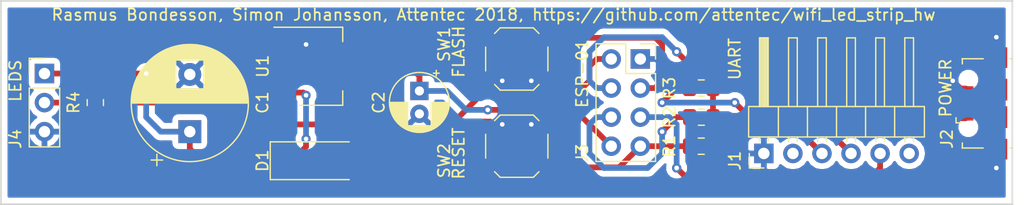
<source format=kicad_pcb>
(kicad_pcb (version 20171130) (host pcbnew 5.0.1-33cea8e~68~ubuntu14.04.1)

  (general
    (thickness 1.6)
    (drawings 11)
    (tracks 138)
    (zones 0)
    (modules 14)
    (nets 17)
  )

  (page A4)
  (layers
    (0 F.Cu signal)
    (31 B.Cu signal)
    (32 B.Adhes user)
    (33 F.Adhes user)
    (34 B.Paste user)
    (35 F.Paste user)
    (36 B.SilkS user)
    (37 F.SilkS user)
    (38 B.Mask user)
    (39 F.Mask user)
    (40 Dwgs.User user)
    (41 Cmts.User user)
    (42 Eco1.User user)
    (43 Eco2.User user)
    (44 Edge.Cuts user)
    (45 Margin user)
    (46 B.CrtYd user)
    (47 F.CrtYd user)
    (48 B.Fab user hide)
    (49 F.Fab user hide)
  )

  (setup
    (last_trace_width 0.5)
    (trace_clearance 0.2)
    (zone_clearance 0.508)
    (zone_45_only no)
    (trace_min 0.2)
    (segment_width 0.2)
    (edge_width 0.15)
    (via_size 0.8)
    (via_drill 0.4)
    (via_min_size 0.4)
    (via_min_drill 0.3)
    (uvia_size 0.3)
    (uvia_drill 0.1)
    (uvias_allowed no)
    (uvia_min_size 0.2)
    (uvia_min_drill 0.1)
    (pcb_text_width 0.3)
    (pcb_text_size 1.5 1.5)
    (mod_edge_width 0.15)
    (mod_text_size 1 1)
    (mod_text_width 0.15)
    (pad_size 1.524 1.524)
    (pad_drill 0.762)
    (pad_to_mask_clearance 0.2)
    (solder_mask_min_width 0.25)
    (aux_axis_origin 0 0)
    (visible_elements FFFFFF7F)
    (pcbplotparams
      (layerselection 0x010fc_ffffffff)
      (usegerberextensions false)
      (usegerberattributes false)
      (usegerberadvancedattributes false)
      (creategerberjobfile false)
      (excludeedgelayer true)
      (linewidth 0.100000)
      (plotframeref false)
      (viasonmask false)
      (mode 1)
      (useauxorigin false)
      (hpglpennumber 1)
      (hpglpenspeed 20)
      (hpglpendiameter 15.000000)
      (psnegative false)
      (psa4output false)
      (plotreference true)
      (plotvalue true)
      (plotinvisibletext false)
      (padsonsilk false)
      (subtractmaskfromsilk false)
      (outputformat 1)
      (mirror false)
      (drillshape 0)
      (scaleselection 1)
      (outputdirectory "gerber/"))
  )

  (net 0 "")
  (net 1 /5V)
  (net 2 /GND)
  (net 3 /3V3)
  (net 4 "Net-(D1-Pad1)")
  (net 5 "Net-(J2-Pad2)")
  (net 6 "Net-(J2-Pad4)")
  (net 7 "Net-(J2-Pad3)")
  (net 8 /RESET)
  (net 9 "Net-(J4-Pad2)")
  (net 10 "Net-(J1-Pad2)")
  (net 11 "Net-(J1-Pad6)")
  (net 12 "Net-(J3-Pad2)")
  (net 13 "Net-(J3-Pad6)")
  (net 14 /PC_TO_ESP)
  (net 15 /ESP_TO_PC)
  (net 16 /FLASH)

  (net_class Default "This is the default net class."
    (clearance 0.2)
    (trace_width 0.5)
    (via_dia 0.8)
    (via_drill 0.4)
    (uvia_dia 0.3)
    (uvia_drill 0.1)
    (add_net /3V3)
    (add_net /5V)
    (add_net /ESP_TO_PC)
    (add_net /FLASH)
    (add_net /GND)
    (add_net /PC_TO_ESP)
    (add_net /RESET)
    (add_net "Net-(D1-Pad1)")
    (add_net "Net-(J1-Pad2)")
    (add_net "Net-(J1-Pad6)")
    (add_net "Net-(J2-Pad2)")
    (add_net "Net-(J2-Pad3)")
    (add_net "Net-(J2-Pad4)")
    (add_net "Net-(J3-Pad2)")
    (add_net "Net-(J3-Pad6)")
    (add_net "Net-(J4-Pad2)")
  )

  (net_class "Small Signals" ""
    (clearance 0.2)
    (trace_width 0.25)
    (via_dia 0.8)
    (via_drill 0.4)
    (uvia_dia 0.3)
    (uvia_drill 0.1)
  )

  (module Capacitor_THT:CP_Radial_D10.0mm_P5.00mm (layer F.Cu) (tedit 5AE50EF1) (tstamp 5BC4AE3B)
    (at 130.175 109.22 90)
    (descr "CP, Radial series, Radial, pin pitch=5.00mm, , diameter=10mm, Electrolytic Capacitor")
    (tags "CP Radial series Radial pin pitch 5.00mm  diameter 10mm Electrolytic Capacitor")
    (path /5B993A90)
    (fp_text reference C1 (at 2.54 6.35 90) (layer F.SilkS)
      (effects (font (size 1 1) (thickness 0.15)))
    )
    (fp_text value 2200u (at 2.5 6.25 90) (layer F.Fab)
      (effects (font (size 1 1) (thickness 0.15)))
    )
    (fp_circle (center 2.5 0) (end 7.5 0) (layer F.Fab) (width 0.1))
    (fp_circle (center 2.5 0) (end 7.62 0) (layer F.SilkS) (width 0.12))
    (fp_circle (center 2.5 0) (end 7.75 0) (layer F.CrtYd) (width 0.05))
    (fp_line (start -1.788861 -2.1875) (end -0.788861 -2.1875) (layer F.Fab) (width 0.1))
    (fp_line (start -1.288861 -2.6875) (end -1.288861 -1.6875) (layer F.Fab) (width 0.1))
    (fp_line (start 2.5 -5.08) (end 2.5 5.08) (layer F.SilkS) (width 0.12))
    (fp_line (start 2.54 -5.08) (end 2.54 5.08) (layer F.SilkS) (width 0.12))
    (fp_line (start 2.58 -5.08) (end 2.58 5.08) (layer F.SilkS) (width 0.12))
    (fp_line (start 2.62 -5.079) (end 2.62 5.079) (layer F.SilkS) (width 0.12))
    (fp_line (start 2.66 -5.078) (end 2.66 5.078) (layer F.SilkS) (width 0.12))
    (fp_line (start 2.7 -5.077) (end 2.7 5.077) (layer F.SilkS) (width 0.12))
    (fp_line (start 2.74 -5.075) (end 2.74 5.075) (layer F.SilkS) (width 0.12))
    (fp_line (start 2.78 -5.073) (end 2.78 5.073) (layer F.SilkS) (width 0.12))
    (fp_line (start 2.82 -5.07) (end 2.82 5.07) (layer F.SilkS) (width 0.12))
    (fp_line (start 2.86 -5.068) (end 2.86 5.068) (layer F.SilkS) (width 0.12))
    (fp_line (start 2.9 -5.065) (end 2.9 5.065) (layer F.SilkS) (width 0.12))
    (fp_line (start 2.94 -5.062) (end 2.94 5.062) (layer F.SilkS) (width 0.12))
    (fp_line (start 2.98 -5.058) (end 2.98 5.058) (layer F.SilkS) (width 0.12))
    (fp_line (start 3.02 -5.054) (end 3.02 5.054) (layer F.SilkS) (width 0.12))
    (fp_line (start 3.06 -5.05) (end 3.06 5.05) (layer F.SilkS) (width 0.12))
    (fp_line (start 3.1 -5.045) (end 3.1 5.045) (layer F.SilkS) (width 0.12))
    (fp_line (start 3.14 -5.04) (end 3.14 5.04) (layer F.SilkS) (width 0.12))
    (fp_line (start 3.18 -5.035) (end 3.18 5.035) (layer F.SilkS) (width 0.12))
    (fp_line (start 3.221 -5.03) (end 3.221 5.03) (layer F.SilkS) (width 0.12))
    (fp_line (start 3.261 -5.024) (end 3.261 5.024) (layer F.SilkS) (width 0.12))
    (fp_line (start 3.301 -5.018) (end 3.301 5.018) (layer F.SilkS) (width 0.12))
    (fp_line (start 3.341 -5.011) (end 3.341 5.011) (layer F.SilkS) (width 0.12))
    (fp_line (start 3.381 -5.004) (end 3.381 5.004) (layer F.SilkS) (width 0.12))
    (fp_line (start 3.421 -4.997) (end 3.421 4.997) (layer F.SilkS) (width 0.12))
    (fp_line (start 3.461 -4.99) (end 3.461 4.99) (layer F.SilkS) (width 0.12))
    (fp_line (start 3.501 -4.982) (end 3.501 4.982) (layer F.SilkS) (width 0.12))
    (fp_line (start 3.541 -4.974) (end 3.541 4.974) (layer F.SilkS) (width 0.12))
    (fp_line (start 3.581 -4.965) (end 3.581 4.965) (layer F.SilkS) (width 0.12))
    (fp_line (start 3.621 -4.956) (end 3.621 4.956) (layer F.SilkS) (width 0.12))
    (fp_line (start 3.661 -4.947) (end 3.661 4.947) (layer F.SilkS) (width 0.12))
    (fp_line (start 3.701 -4.938) (end 3.701 4.938) (layer F.SilkS) (width 0.12))
    (fp_line (start 3.741 -4.928) (end 3.741 4.928) (layer F.SilkS) (width 0.12))
    (fp_line (start 3.781 -4.918) (end 3.781 -1.241) (layer F.SilkS) (width 0.12))
    (fp_line (start 3.781 1.241) (end 3.781 4.918) (layer F.SilkS) (width 0.12))
    (fp_line (start 3.821 -4.907) (end 3.821 -1.241) (layer F.SilkS) (width 0.12))
    (fp_line (start 3.821 1.241) (end 3.821 4.907) (layer F.SilkS) (width 0.12))
    (fp_line (start 3.861 -4.897) (end 3.861 -1.241) (layer F.SilkS) (width 0.12))
    (fp_line (start 3.861 1.241) (end 3.861 4.897) (layer F.SilkS) (width 0.12))
    (fp_line (start 3.901 -4.885) (end 3.901 -1.241) (layer F.SilkS) (width 0.12))
    (fp_line (start 3.901 1.241) (end 3.901 4.885) (layer F.SilkS) (width 0.12))
    (fp_line (start 3.941 -4.874) (end 3.941 -1.241) (layer F.SilkS) (width 0.12))
    (fp_line (start 3.941 1.241) (end 3.941 4.874) (layer F.SilkS) (width 0.12))
    (fp_line (start 3.981 -4.862) (end 3.981 -1.241) (layer F.SilkS) (width 0.12))
    (fp_line (start 3.981 1.241) (end 3.981 4.862) (layer F.SilkS) (width 0.12))
    (fp_line (start 4.021 -4.85) (end 4.021 -1.241) (layer F.SilkS) (width 0.12))
    (fp_line (start 4.021 1.241) (end 4.021 4.85) (layer F.SilkS) (width 0.12))
    (fp_line (start 4.061 -4.837) (end 4.061 -1.241) (layer F.SilkS) (width 0.12))
    (fp_line (start 4.061 1.241) (end 4.061 4.837) (layer F.SilkS) (width 0.12))
    (fp_line (start 4.101 -4.824) (end 4.101 -1.241) (layer F.SilkS) (width 0.12))
    (fp_line (start 4.101 1.241) (end 4.101 4.824) (layer F.SilkS) (width 0.12))
    (fp_line (start 4.141 -4.811) (end 4.141 -1.241) (layer F.SilkS) (width 0.12))
    (fp_line (start 4.141 1.241) (end 4.141 4.811) (layer F.SilkS) (width 0.12))
    (fp_line (start 4.181 -4.797) (end 4.181 -1.241) (layer F.SilkS) (width 0.12))
    (fp_line (start 4.181 1.241) (end 4.181 4.797) (layer F.SilkS) (width 0.12))
    (fp_line (start 4.221 -4.783) (end 4.221 -1.241) (layer F.SilkS) (width 0.12))
    (fp_line (start 4.221 1.241) (end 4.221 4.783) (layer F.SilkS) (width 0.12))
    (fp_line (start 4.261 -4.768) (end 4.261 -1.241) (layer F.SilkS) (width 0.12))
    (fp_line (start 4.261 1.241) (end 4.261 4.768) (layer F.SilkS) (width 0.12))
    (fp_line (start 4.301 -4.754) (end 4.301 -1.241) (layer F.SilkS) (width 0.12))
    (fp_line (start 4.301 1.241) (end 4.301 4.754) (layer F.SilkS) (width 0.12))
    (fp_line (start 4.341 -4.738) (end 4.341 -1.241) (layer F.SilkS) (width 0.12))
    (fp_line (start 4.341 1.241) (end 4.341 4.738) (layer F.SilkS) (width 0.12))
    (fp_line (start 4.381 -4.723) (end 4.381 -1.241) (layer F.SilkS) (width 0.12))
    (fp_line (start 4.381 1.241) (end 4.381 4.723) (layer F.SilkS) (width 0.12))
    (fp_line (start 4.421 -4.707) (end 4.421 -1.241) (layer F.SilkS) (width 0.12))
    (fp_line (start 4.421 1.241) (end 4.421 4.707) (layer F.SilkS) (width 0.12))
    (fp_line (start 4.461 -4.69) (end 4.461 -1.241) (layer F.SilkS) (width 0.12))
    (fp_line (start 4.461 1.241) (end 4.461 4.69) (layer F.SilkS) (width 0.12))
    (fp_line (start 4.501 -4.674) (end 4.501 -1.241) (layer F.SilkS) (width 0.12))
    (fp_line (start 4.501 1.241) (end 4.501 4.674) (layer F.SilkS) (width 0.12))
    (fp_line (start 4.541 -4.657) (end 4.541 -1.241) (layer F.SilkS) (width 0.12))
    (fp_line (start 4.541 1.241) (end 4.541 4.657) (layer F.SilkS) (width 0.12))
    (fp_line (start 4.581 -4.639) (end 4.581 -1.241) (layer F.SilkS) (width 0.12))
    (fp_line (start 4.581 1.241) (end 4.581 4.639) (layer F.SilkS) (width 0.12))
    (fp_line (start 4.621 -4.621) (end 4.621 -1.241) (layer F.SilkS) (width 0.12))
    (fp_line (start 4.621 1.241) (end 4.621 4.621) (layer F.SilkS) (width 0.12))
    (fp_line (start 4.661 -4.603) (end 4.661 -1.241) (layer F.SilkS) (width 0.12))
    (fp_line (start 4.661 1.241) (end 4.661 4.603) (layer F.SilkS) (width 0.12))
    (fp_line (start 4.701 -4.584) (end 4.701 -1.241) (layer F.SilkS) (width 0.12))
    (fp_line (start 4.701 1.241) (end 4.701 4.584) (layer F.SilkS) (width 0.12))
    (fp_line (start 4.741 -4.564) (end 4.741 -1.241) (layer F.SilkS) (width 0.12))
    (fp_line (start 4.741 1.241) (end 4.741 4.564) (layer F.SilkS) (width 0.12))
    (fp_line (start 4.781 -4.545) (end 4.781 -1.241) (layer F.SilkS) (width 0.12))
    (fp_line (start 4.781 1.241) (end 4.781 4.545) (layer F.SilkS) (width 0.12))
    (fp_line (start 4.821 -4.525) (end 4.821 -1.241) (layer F.SilkS) (width 0.12))
    (fp_line (start 4.821 1.241) (end 4.821 4.525) (layer F.SilkS) (width 0.12))
    (fp_line (start 4.861 -4.504) (end 4.861 -1.241) (layer F.SilkS) (width 0.12))
    (fp_line (start 4.861 1.241) (end 4.861 4.504) (layer F.SilkS) (width 0.12))
    (fp_line (start 4.901 -4.483) (end 4.901 -1.241) (layer F.SilkS) (width 0.12))
    (fp_line (start 4.901 1.241) (end 4.901 4.483) (layer F.SilkS) (width 0.12))
    (fp_line (start 4.941 -4.462) (end 4.941 -1.241) (layer F.SilkS) (width 0.12))
    (fp_line (start 4.941 1.241) (end 4.941 4.462) (layer F.SilkS) (width 0.12))
    (fp_line (start 4.981 -4.44) (end 4.981 -1.241) (layer F.SilkS) (width 0.12))
    (fp_line (start 4.981 1.241) (end 4.981 4.44) (layer F.SilkS) (width 0.12))
    (fp_line (start 5.021 -4.417) (end 5.021 -1.241) (layer F.SilkS) (width 0.12))
    (fp_line (start 5.021 1.241) (end 5.021 4.417) (layer F.SilkS) (width 0.12))
    (fp_line (start 5.061 -4.395) (end 5.061 -1.241) (layer F.SilkS) (width 0.12))
    (fp_line (start 5.061 1.241) (end 5.061 4.395) (layer F.SilkS) (width 0.12))
    (fp_line (start 5.101 -4.371) (end 5.101 -1.241) (layer F.SilkS) (width 0.12))
    (fp_line (start 5.101 1.241) (end 5.101 4.371) (layer F.SilkS) (width 0.12))
    (fp_line (start 5.141 -4.347) (end 5.141 -1.241) (layer F.SilkS) (width 0.12))
    (fp_line (start 5.141 1.241) (end 5.141 4.347) (layer F.SilkS) (width 0.12))
    (fp_line (start 5.181 -4.323) (end 5.181 -1.241) (layer F.SilkS) (width 0.12))
    (fp_line (start 5.181 1.241) (end 5.181 4.323) (layer F.SilkS) (width 0.12))
    (fp_line (start 5.221 -4.298) (end 5.221 -1.241) (layer F.SilkS) (width 0.12))
    (fp_line (start 5.221 1.241) (end 5.221 4.298) (layer F.SilkS) (width 0.12))
    (fp_line (start 5.261 -4.273) (end 5.261 -1.241) (layer F.SilkS) (width 0.12))
    (fp_line (start 5.261 1.241) (end 5.261 4.273) (layer F.SilkS) (width 0.12))
    (fp_line (start 5.301 -4.247) (end 5.301 -1.241) (layer F.SilkS) (width 0.12))
    (fp_line (start 5.301 1.241) (end 5.301 4.247) (layer F.SilkS) (width 0.12))
    (fp_line (start 5.341 -4.221) (end 5.341 -1.241) (layer F.SilkS) (width 0.12))
    (fp_line (start 5.341 1.241) (end 5.341 4.221) (layer F.SilkS) (width 0.12))
    (fp_line (start 5.381 -4.194) (end 5.381 -1.241) (layer F.SilkS) (width 0.12))
    (fp_line (start 5.381 1.241) (end 5.381 4.194) (layer F.SilkS) (width 0.12))
    (fp_line (start 5.421 -4.166) (end 5.421 -1.241) (layer F.SilkS) (width 0.12))
    (fp_line (start 5.421 1.241) (end 5.421 4.166) (layer F.SilkS) (width 0.12))
    (fp_line (start 5.461 -4.138) (end 5.461 -1.241) (layer F.SilkS) (width 0.12))
    (fp_line (start 5.461 1.241) (end 5.461 4.138) (layer F.SilkS) (width 0.12))
    (fp_line (start 5.501 -4.11) (end 5.501 -1.241) (layer F.SilkS) (width 0.12))
    (fp_line (start 5.501 1.241) (end 5.501 4.11) (layer F.SilkS) (width 0.12))
    (fp_line (start 5.541 -4.08) (end 5.541 -1.241) (layer F.SilkS) (width 0.12))
    (fp_line (start 5.541 1.241) (end 5.541 4.08) (layer F.SilkS) (width 0.12))
    (fp_line (start 5.581 -4.05) (end 5.581 -1.241) (layer F.SilkS) (width 0.12))
    (fp_line (start 5.581 1.241) (end 5.581 4.05) (layer F.SilkS) (width 0.12))
    (fp_line (start 5.621 -4.02) (end 5.621 -1.241) (layer F.SilkS) (width 0.12))
    (fp_line (start 5.621 1.241) (end 5.621 4.02) (layer F.SilkS) (width 0.12))
    (fp_line (start 5.661 -3.989) (end 5.661 -1.241) (layer F.SilkS) (width 0.12))
    (fp_line (start 5.661 1.241) (end 5.661 3.989) (layer F.SilkS) (width 0.12))
    (fp_line (start 5.701 -3.957) (end 5.701 -1.241) (layer F.SilkS) (width 0.12))
    (fp_line (start 5.701 1.241) (end 5.701 3.957) (layer F.SilkS) (width 0.12))
    (fp_line (start 5.741 -3.925) (end 5.741 -1.241) (layer F.SilkS) (width 0.12))
    (fp_line (start 5.741 1.241) (end 5.741 3.925) (layer F.SilkS) (width 0.12))
    (fp_line (start 5.781 -3.892) (end 5.781 -1.241) (layer F.SilkS) (width 0.12))
    (fp_line (start 5.781 1.241) (end 5.781 3.892) (layer F.SilkS) (width 0.12))
    (fp_line (start 5.821 -3.858) (end 5.821 -1.241) (layer F.SilkS) (width 0.12))
    (fp_line (start 5.821 1.241) (end 5.821 3.858) (layer F.SilkS) (width 0.12))
    (fp_line (start 5.861 -3.824) (end 5.861 -1.241) (layer F.SilkS) (width 0.12))
    (fp_line (start 5.861 1.241) (end 5.861 3.824) (layer F.SilkS) (width 0.12))
    (fp_line (start 5.901 -3.789) (end 5.901 -1.241) (layer F.SilkS) (width 0.12))
    (fp_line (start 5.901 1.241) (end 5.901 3.789) (layer F.SilkS) (width 0.12))
    (fp_line (start 5.941 -3.753) (end 5.941 -1.241) (layer F.SilkS) (width 0.12))
    (fp_line (start 5.941 1.241) (end 5.941 3.753) (layer F.SilkS) (width 0.12))
    (fp_line (start 5.981 -3.716) (end 5.981 -1.241) (layer F.SilkS) (width 0.12))
    (fp_line (start 5.981 1.241) (end 5.981 3.716) (layer F.SilkS) (width 0.12))
    (fp_line (start 6.021 -3.679) (end 6.021 -1.241) (layer F.SilkS) (width 0.12))
    (fp_line (start 6.021 1.241) (end 6.021 3.679) (layer F.SilkS) (width 0.12))
    (fp_line (start 6.061 -3.64) (end 6.061 -1.241) (layer F.SilkS) (width 0.12))
    (fp_line (start 6.061 1.241) (end 6.061 3.64) (layer F.SilkS) (width 0.12))
    (fp_line (start 6.101 -3.601) (end 6.101 -1.241) (layer F.SilkS) (width 0.12))
    (fp_line (start 6.101 1.241) (end 6.101 3.601) (layer F.SilkS) (width 0.12))
    (fp_line (start 6.141 -3.561) (end 6.141 -1.241) (layer F.SilkS) (width 0.12))
    (fp_line (start 6.141 1.241) (end 6.141 3.561) (layer F.SilkS) (width 0.12))
    (fp_line (start 6.181 -3.52) (end 6.181 -1.241) (layer F.SilkS) (width 0.12))
    (fp_line (start 6.181 1.241) (end 6.181 3.52) (layer F.SilkS) (width 0.12))
    (fp_line (start 6.221 -3.478) (end 6.221 -1.241) (layer F.SilkS) (width 0.12))
    (fp_line (start 6.221 1.241) (end 6.221 3.478) (layer F.SilkS) (width 0.12))
    (fp_line (start 6.261 -3.436) (end 6.261 3.436) (layer F.SilkS) (width 0.12))
    (fp_line (start 6.301 -3.392) (end 6.301 3.392) (layer F.SilkS) (width 0.12))
    (fp_line (start 6.341 -3.347) (end 6.341 3.347) (layer F.SilkS) (width 0.12))
    (fp_line (start 6.381 -3.301) (end 6.381 3.301) (layer F.SilkS) (width 0.12))
    (fp_line (start 6.421 -3.254) (end 6.421 3.254) (layer F.SilkS) (width 0.12))
    (fp_line (start 6.461 -3.206) (end 6.461 3.206) (layer F.SilkS) (width 0.12))
    (fp_line (start 6.501 -3.156) (end 6.501 3.156) (layer F.SilkS) (width 0.12))
    (fp_line (start 6.541 -3.106) (end 6.541 3.106) (layer F.SilkS) (width 0.12))
    (fp_line (start 6.581 -3.054) (end 6.581 3.054) (layer F.SilkS) (width 0.12))
    (fp_line (start 6.621 -3) (end 6.621 3) (layer F.SilkS) (width 0.12))
    (fp_line (start 6.661 -2.945) (end 6.661 2.945) (layer F.SilkS) (width 0.12))
    (fp_line (start 6.701 -2.889) (end 6.701 2.889) (layer F.SilkS) (width 0.12))
    (fp_line (start 6.741 -2.83) (end 6.741 2.83) (layer F.SilkS) (width 0.12))
    (fp_line (start 6.781 -2.77) (end 6.781 2.77) (layer F.SilkS) (width 0.12))
    (fp_line (start 6.821 -2.709) (end 6.821 2.709) (layer F.SilkS) (width 0.12))
    (fp_line (start 6.861 -2.645) (end 6.861 2.645) (layer F.SilkS) (width 0.12))
    (fp_line (start 6.901 -2.579) (end 6.901 2.579) (layer F.SilkS) (width 0.12))
    (fp_line (start 6.941 -2.51) (end 6.941 2.51) (layer F.SilkS) (width 0.12))
    (fp_line (start 6.981 -2.439) (end 6.981 2.439) (layer F.SilkS) (width 0.12))
    (fp_line (start 7.021 -2.365) (end 7.021 2.365) (layer F.SilkS) (width 0.12))
    (fp_line (start 7.061 -2.289) (end 7.061 2.289) (layer F.SilkS) (width 0.12))
    (fp_line (start 7.101 -2.209) (end 7.101 2.209) (layer F.SilkS) (width 0.12))
    (fp_line (start 7.141 -2.125) (end 7.141 2.125) (layer F.SilkS) (width 0.12))
    (fp_line (start 7.181 -2.037) (end 7.181 2.037) (layer F.SilkS) (width 0.12))
    (fp_line (start 7.221 -1.944) (end 7.221 1.944) (layer F.SilkS) (width 0.12))
    (fp_line (start 7.261 -1.846) (end 7.261 1.846) (layer F.SilkS) (width 0.12))
    (fp_line (start 7.301 -1.742) (end 7.301 1.742) (layer F.SilkS) (width 0.12))
    (fp_line (start 7.341 -1.63) (end 7.341 1.63) (layer F.SilkS) (width 0.12))
    (fp_line (start 7.381 -1.51) (end 7.381 1.51) (layer F.SilkS) (width 0.12))
    (fp_line (start 7.421 -1.378) (end 7.421 1.378) (layer F.SilkS) (width 0.12))
    (fp_line (start 7.461 -1.23) (end 7.461 1.23) (layer F.SilkS) (width 0.12))
    (fp_line (start 7.501 -1.062) (end 7.501 1.062) (layer F.SilkS) (width 0.12))
    (fp_line (start 7.541 -0.862) (end 7.541 0.862) (layer F.SilkS) (width 0.12))
    (fp_line (start 7.581 -0.599) (end 7.581 0.599) (layer F.SilkS) (width 0.12))
    (fp_line (start -2.979646 -2.875) (end -1.979646 -2.875) (layer F.SilkS) (width 0.12))
    (fp_line (start -2.479646 -3.375) (end -2.479646 -2.375) (layer F.SilkS) (width 0.12))
    (fp_text user %R (at 2.5 0 90) (layer F.Fab)
      (effects (font (size 1 1) (thickness 0.15)))
    )
    (pad 1 thru_hole rect (at 0 0 90) (size 2 2) (drill 1) (layers *.Cu *.Mask)
      (net 1 /5V))
    (pad 2 thru_hole circle (at 5 0 90) (size 2 2) (drill 1) (layers *.Cu *.Mask)
      (net 2 /GND))
    (model ${KISYS3DMOD}/Capacitor_THT.3dshapes/CP_Radial_D10.0mm_P5.00mm.wrl
      (at (xyz 0 0 0))
      (scale (xyz 1 1 1))
      (rotate (xyz 0 0 0))
    )
  )

  (module Capacitor_THT:CP_Radial_D5.0mm_P2.00mm (layer F.Cu) (tedit 5AE50EF0) (tstamp 5BC4AEBE)
    (at 150.241 105.664 270)
    (descr "CP, Radial series, Radial, pin pitch=2.00mm, , diameter=5mm, Electrolytic Capacitor")
    (tags "CP Radial series Radial pin pitch 2.00mm  diameter 5mm Electrolytic Capacitor")
    (path /5B993CB6)
    (fp_text reference C2 (at 1.016 3.556 270) (layer F.SilkS)
      (effects (font (size 1 1) (thickness 0.15)))
    )
    (fp_text value 33u (at 1 3.75 270) (layer F.Fab)
      (effects (font (size 1 1) (thickness 0.15)))
    )
    (fp_circle (center 1 0) (end 3.5 0) (layer F.Fab) (width 0.1))
    (fp_circle (center 1 0) (end 3.62 0) (layer F.SilkS) (width 0.12))
    (fp_circle (center 1 0) (end 3.75 0) (layer F.CrtYd) (width 0.05))
    (fp_line (start -1.133605 -1.0875) (end -0.633605 -1.0875) (layer F.Fab) (width 0.1))
    (fp_line (start -0.883605 -1.3375) (end -0.883605 -0.8375) (layer F.Fab) (width 0.1))
    (fp_line (start 1 1.04) (end 1 2.58) (layer F.SilkS) (width 0.12))
    (fp_line (start 1 -2.58) (end 1 -1.04) (layer F.SilkS) (width 0.12))
    (fp_line (start 1.04 1.04) (end 1.04 2.58) (layer F.SilkS) (width 0.12))
    (fp_line (start 1.04 -2.58) (end 1.04 -1.04) (layer F.SilkS) (width 0.12))
    (fp_line (start 1.08 -2.579) (end 1.08 -1.04) (layer F.SilkS) (width 0.12))
    (fp_line (start 1.08 1.04) (end 1.08 2.579) (layer F.SilkS) (width 0.12))
    (fp_line (start 1.12 -2.578) (end 1.12 -1.04) (layer F.SilkS) (width 0.12))
    (fp_line (start 1.12 1.04) (end 1.12 2.578) (layer F.SilkS) (width 0.12))
    (fp_line (start 1.16 -2.576) (end 1.16 -1.04) (layer F.SilkS) (width 0.12))
    (fp_line (start 1.16 1.04) (end 1.16 2.576) (layer F.SilkS) (width 0.12))
    (fp_line (start 1.2 -2.573) (end 1.2 -1.04) (layer F.SilkS) (width 0.12))
    (fp_line (start 1.2 1.04) (end 1.2 2.573) (layer F.SilkS) (width 0.12))
    (fp_line (start 1.24 -2.569) (end 1.24 -1.04) (layer F.SilkS) (width 0.12))
    (fp_line (start 1.24 1.04) (end 1.24 2.569) (layer F.SilkS) (width 0.12))
    (fp_line (start 1.28 -2.565) (end 1.28 -1.04) (layer F.SilkS) (width 0.12))
    (fp_line (start 1.28 1.04) (end 1.28 2.565) (layer F.SilkS) (width 0.12))
    (fp_line (start 1.32 -2.561) (end 1.32 -1.04) (layer F.SilkS) (width 0.12))
    (fp_line (start 1.32 1.04) (end 1.32 2.561) (layer F.SilkS) (width 0.12))
    (fp_line (start 1.36 -2.556) (end 1.36 -1.04) (layer F.SilkS) (width 0.12))
    (fp_line (start 1.36 1.04) (end 1.36 2.556) (layer F.SilkS) (width 0.12))
    (fp_line (start 1.4 -2.55) (end 1.4 -1.04) (layer F.SilkS) (width 0.12))
    (fp_line (start 1.4 1.04) (end 1.4 2.55) (layer F.SilkS) (width 0.12))
    (fp_line (start 1.44 -2.543) (end 1.44 -1.04) (layer F.SilkS) (width 0.12))
    (fp_line (start 1.44 1.04) (end 1.44 2.543) (layer F.SilkS) (width 0.12))
    (fp_line (start 1.48 -2.536) (end 1.48 -1.04) (layer F.SilkS) (width 0.12))
    (fp_line (start 1.48 1.04) (end 1.48 2.536) (layer F.SilkS) (width 0.12))
    (fp_line (start 1.52 -2.528) (end 1.52 -1.04) (layer F.SilkS) (width 0.12))
    (fp_line (start 1.52 1.04) (end 1.52 2.528) (layer F.SilkS) (width 0.12))
    (fp_line (start 1.56 -2.52) (end 1.56 -1.04) (layer F.SilkS) (width 0.12))
    (fp_line (start 1.56 1.04) (end 1.56 2.52) (layer F.SilkS) (width 0.12))
    (fp_line (start 1.6 -2.511) (end 1.6 -1.04) (layer F.SilkS) (width 0.12))
    (fp_line (start 1.6 1.04) (end 1.6 2.511) (layer F.SilkS) (width 0.12))
    (fp_line (start 1.64 -2.501) (end 1.64 -1.04) (layer F.SilkS) (width 0.12))
    (fp_line (start 1.64 1.04) (end 1.64 2.501) (layer F.SilkS) (width 0.12))
    (fp_line (start 1.68 -2.491) (end 1.68 -1.04) (layer F.SilkS) (width 0.12))
    (fp_line (start 1.68 1.04) (end 1.68 2.491) (layer F.SilkS) (width 0.12))
    (fp_line (start 1.721 -2.48) (end 1.721 -1.04) (layer F.SilkS) (width 0.12))
    (fp_line (start 1.721 1.04) (end 1.721 2.48) (layer F.SilkS) (width 0.12))
    (fp_line (start 1.761 -2.468) (end 1.761 -1.04) (layer F.SilkS) (width 0.12))
    (fp_line (start 1.761 1.04) (end 1.761 2.468) (layer F.SilkS) (width 0.12))
    (fp_line (start 1.801 -2.455) (end 1.801 -1.04) (layer F.SilkS) (width 0.12))
    (fp_line (start 1.801 1.04) (end 1.801 2.455) (layer F.SilkS) (width 0.12))
    (fp_line (start 1.841 -2.442) (end 1.841 -1.04) (layer F.SilkS) (width 0.12))
    (fp_line (start 1.841 1.04) (end 1.841 2.442) (layer F.SilkS) (width 0.12))
    (fp_line (start 1.881 -2.428) (end 1.881 -1.04) (layer F.SilkS) (width 0.12))
    (fp_line (start 1.881 1.04) (end 1.881 2.428) (layer F.SilkS) (width 0.12))
    (fp_line (start 1.921 -2.414) (end 1.921 -1.04) (layer F.SilkS) (width 0.12))
    (fp_line (start 1.921 1.04) (end 1.921 2.414) (layer F.SilkS) (width 0.12))
    (fp_line (start 1.961 -2.398) (end 1.961 -1.04) (layer F.SilkS) (width 0.12))
    (fp_line (start 1.961 1.04) (end 1.961 2.398) (layer F.SilkS) (width 0.12))
    (fp_line (start 2.001 -2.382) (end 2.001 -1.04) (layer F.SilkS) (width 0.12))
    (fp_line (start 2.001 1.04) (end 2.001 2.382) (layer F.SilkS) (width 0.12))
    (fp_line (start 2.041 -2.365) (end 2.041 -1.04) (layer F.SilkS) (width 0.12))
    (fp_line (start 2.041 1.04) (end 2.041 2.365) (layer F.SilkS) (width 0.12))
    (fp_line (start 2.081 -2.348) (end 2.081 -1.04) (layer F.SilkS) (width 0.12))
    (fp_line (start 2.081 1.04) (end 2.081 2.348) (layer F.SilkS) (width 0.12))
    (fp_line (start 2.121 -2.329) (end 2.121 -1.04) (layer F.SilkS) (width 0.12))
    (fp_line (start 2.121 1.04) (end 2.121 2.329) (layer F.SilkS) (width 0.12))
    (fp_line (start 2.161 -2.31) (end 2.161 -1.04) (layer F.SilkS) (width 0.12))
    (fp_line (start 2.161 1.04) (end 2.161 2.31) (layer F.SilkS) (width 0.12))
    (fp_line (start 2.201 -2.29) (end 2.201 -1.04) (layer F.SilkS) (width 0.12))
    (fp_line (start 2.201 1.04) (end 2.201 2.29) (layer F.SilkS) (width 0.12))
    (fp_line (start 2.241 -2.268) (end 2.241 -1.04) (layer F.SilkS) (width 0.12))
    (fp_line (start 2.241 1.04) (end 2.241 2.268) (layer F.SilkS) (width 0.12))
    (fp_line (start 2.281 -2.247) (end 2.281 -1.04) (layer F.SilkS) (width 0.12))
    (fp_line (start 2.281 1.04) (end 2.281 2.247) (layer F.SilkS) (width 0.12))
    (fp_line (start 2.321 -2.224) (end 2.321 -1.04) (layer F.SilkS) (width 0.12))
    (fp_line (start 2.321 1.04) (end 2.321 2.224) (layer F.SilkS) (width 0.12))
    (fp_line (start 2.361 -2.2) (end 2.361 -1.04) (layer F.SilkS) (width 0.12))
    (fp_line (start 2.361 1.04) (end 2.361 2.2) (layer F.SilkS) (width 0.12))
    (fp_line (start 2.401 -2.175) (end 2.401 -1.04) (layer F.SilkS) (width 0.12))
    (fp_line (start 2.401 1.04) (end 2.401 2.175) (layer F.SilkS) (width 0.12))
    (fp_line (start 2.441 -2.149) (end 2.441 -1.04) (layer F.SilkS) (width 0.12))
    (fp_line (start 2.441 1.04) (end 2.441 2.149) (layer F.SilkS) (width 0.12))
    (fp_line (start 2.481 -2.122) (end 2.481 -1.04) (layer F.SilkS) (width 0.12))
    (fp_line (start 2.481 1.04) (end 2.481 2.122) (layer F.SilkS) (width 0.12))
    (fp_line (start 2.521 -2.095) (end 2.521 -1.04) (layer F.SilkS) (width 0.12))
    (fp_line (start 2.521 1.04) (end 2.521 2.095) (layer F.SilkS) (width 0.12))
    (fp_line (start 2.561 -2.065) (end 2.561 -1.04) (layer F.SilkS) (width 0.12))
    (fp_line (start 2.561 1.04) (end 2.561 2.065) (layer F.SilkS) (width 0.12))
    (fp_line (start 2.601 -2.035) (end 2.601 -1.04) (layer F.SilkS) (width 0.12))
    (fp_line (start 2.601 1.04) (end 2.601 2.035) (layer F.SilkS) (width 0.12))
    (fp_line (start 2.641 -2.004) (end 2.641 -1.04) (layer F.SilkS) (width 0.12))
    (fp_line (start 2.641 1.04) (end 2.641 2.004) (layer F.SilkS) (width 0.12))
    (fp_line (start 2.681 -1.971) (end 2.681 -1.04) (layer F.SilkS) (width 0.12))
    (fp_line (start 2.681 1.04) (end 2.681 1.971) (layer F.SilkS) (width 0.12))
    (fp_line (start 2.721 -1.937) (end 2.721 -1.04) (layer F.SilkS) (width 0.12))
    (fp_line (start 2.721 1.04) (end 2.721 1.937) (layer F.SilkS) (width 0.12))
    (fp_line (start 2.761 -1.901) (end 2.761 -1.04) (layer F.SilkS) (width 0.12))
    (fp_line (start 2.761 1.04) (end 2.761 1.901) (layer F.SilkS) (width 0.12))
    (fp_line (start 2.801 -1.864) (end 2.801 -1.04) (layer F.SilkS) (width 0.12))
    (fp_line (start 2.801 1.04) (end 2.801 1.864) (layer F.SilkS) (width 0.12))
    (fp_line (start 2.841 -1.826) (end 2.841 -1.04) (layer F.SilkS) (width 0.12))
    (fp_line (start 2.841 1.04) (end 2.841 1.826) (layer F.SilkS) (width 0.12))
    (fp_line (start 2.881 -1.785) (end 2.881 -1.04) (layer F.SilkS) (width 0.12))
    (fp_line (start 2.881 1.04) (end 2.881 1.785) (layer F.SilkS) (width 0.12))
    (fp_line (start 2.921 -1.743) (end 2.921 -1.04) (layer F.SilkS) (width 0.12))
    (fp_line (start 2.921 1.04) (end 2.921 1.743) (layer F.SilkS) (width 0.12))
    (fp_line (start 2.961 -1.699) (end 2.961 -1.04) (layer F.SilkS) (width 0.12))
    (fp_line (start 2.961 1.04) (end 2.961 1.699) (layer F.SilkS) (width 0.12))
    (fp_line (start 3.001 -1.653) (end 3.001 -1.04) (layer F.SilkS) (width 0.12))
    (fp_line (start 3.001 1.04) (end 3.001 1.653) (layer F.SilkS) (width 0.12))
    (fp_line (start 3.041 -1.605) (end 3.041 1.605) (layer F.SilkS) (width 0.12))
    (fp_line (start 3.081 -1.554) (end 3.081 1.554) (layer F.SilkS) (width 0.12))
    (fp_line (start 3.121 -1.5) (end 3.121 1.5) (layer F.SilkS) (width 0.12))
    (fp_line (start 3.161 -1.443) (end 3.161 1.443) (layer F.SilkS) (width 0.12))
    (fp_line (start 3.201 -1.383) (end 3.201 1.383) (layer F.SilkS) (width 0.12))
    (fp_line (start 3.241 -1.319) (end 3.241 1.319) (layer F.SilkS) (width 0.12))
    (fp_line (start 3.281 -1.251) (end 3.281 1.251) (layer F.SilkS) (width 0.12))
    (fp_line (start 3.321 -1.178) (end 3.321 1.178) (layer F.SilkS) (width 0.12))
    (fp_line (start 3.361 -1.098) (end 3.361 1.098) (layer F.SilkS) (width 0.12))
    (fp_line (start 3.401 -1.011) (end 3.401 1.011) (layer F.SilkS) (width 0.12))
    (fp_line (start 3.441 -0.915) (end 3.441 0.915) (layer F.SilkS) (width 0.12))
    (fp_line (start 3.481 -0.805) (end 3.481 0.805) (layer F.SilkS) (width 0.12))
    (fp_line (start 3.521 -0.677) (end 3.521 0.677) (layer F.SilkS) (width 0.12))
    (fp_line (start 3.561 -0.518) (end 3.561 0.518) (layer F.SilkS) (width 0.12))
    (fp_line (start 3.601 -0.284) (end 3.601 0.284) (layer F.SilkS) (width 0.12))
    (fp_line (start -1.804775 -1.475) (end -1.304775 -1.475) (layer F.SilkS) (width 0.12))
    (fp_line (start -1.554775 -1.725) (end -1.554775 -1.225) (layer F.SilkS) (width 0.12))
    (fp_text user %R (at 1 0 270) (layer F.Fab)
      (effects (font (size 1 1) (thickness 0.15)))
    )
    (pad 1 thru_hole rect (at 0 0 270) (size 1.6 1.6) (drill 0.8) (layers *.Cu *.Mask)
      (net 3 /3V3))
    (pad 2 thru_hole circle (at 2 0 270) (size 1.6 1.6) (drill 0.8) (layers *.Cu *.Mask)
      (net 2 /GND))
    (model ${KISYS3DMOD}/Capacitor_THT.3dshapes/CP_Radial_D5.0mm_P2.00mm.wrl
      (at (xyz 0 0 0))
      (scale (xyz 1 1 1))
      (rotate (xyz 0 0 0))
    )
  )

  (module Diode_SMD:D_SMA_Handsoldering (layer F.Cu) (tedit 58643398) (tstamp 5BC4AED6)
    (at 141.605 111.76)
    (descr "Diode SMA (DO-214AC) Handsoldering")
    (tags "Diode SMA (DO-214AC) Handsoldering")
    (path /5B991A21)
    (attr smd)
    (fp_text reference D1 (at -5.08 0 90) (layer F.SilkS)
      (effects (font (size 1 1) (thickness 0.15)))
    )
    (fp_text value LL4002 (at 0 2.6) (layer F.Fab)
      (effects (font (size 1 1) (thickness 0.15)))
    )
    (fp_text user %R (at 0 -2.5) (layer F.Fab)
      (effects (font (size 1 1) (thickness 0.15)))
    )
    (fp_line (start -4.4 -1.65) (end -4.4 1.65) (layer F.SilkS) (width 0.12))
    (fp_line (start 2.3 1.5) (end -2.3 1.5) (layer F.Fab) (width 0.1))
    (fp_line (start -2.3 1.5) (end -2.3 -1.5) (layer F.Fab) (width 0.1))
    (fp_line (start 2.3 -1.5) (end 2.3 1.5) (layer F.Fab) (width 0.1))
    (fp_line (start 2.3 -1.5) (end -2.3 -1.5) (layer F.Fab) (width 0.1))
    (fp_line (start -4.5 -1.75) (end 4.5 -1.75) (layer F.CrtYd) (width 0.05))
    (fp_line (start 4.5 -1.75) (end 4.5 1.75) (layer F.CrtYd) (width 0.05))
    (fp_line (start 4.5 1.75) (end -4.5 1.75) (layer F.CrtYd) (width 0.05))
    (fp_line (start -4.5 1.75) (end -4.5 -1.75) (layer F.CrtYd) (width 0.05))
    (fp_line (start -0.64944 0.00102) (end -1.55114 0.00102) (layer F.Fab) (width 0.1))
    (fp_line (start 0.50118 0.00102) (end 1.4994 0.00102) (layer F.Fab) (width 0.1))
    (fp_line (start -0.64944 -0.79908) (end -0.64944 0.80112) (layer F.Fab) (width 0.1))
    (fp_line (start 0.50118 0.75032) (end 0.50118 -0.79908) (layer F.Fab) (width 0.1))
    (fp_line (start -0.64944 0.00102) (end 0.50118 0.75032) (layer F.Fab) (width 0.1))
    (fp_line (start -0.64944 0.00102) (end 0.50118 -0.79908) (layer F.Fab) (width 0.1))
    (fp_line (start -4.4 1.65) (end 2.5 1.65) (layer F.SilkS) (width 0.12))
    (fp_line (start -4.4 -1.65) (end 2.5 -1.65) (layer F.SilkS) (width 0.12))
    (pad 1 smd rect (at -2.5 0) (size 3.5 1.8) (layers F.Cu F.Paste F.Mask)
      (net 4 "Net-(D1-Pad1)"))
    (pad 2 smd rect (at 2.5 0) (size 3.5 1.8) (layers F.Cu F.Paste F.Mask)
      (net 1 /5V))
    (model ${KISYS3DMOD}/Diode_SMD.3dshapes/D_SMA.wrl
      (at (xyz 0 0 0))
      (scale (xyz 1 1 1))
      (rotate (xyz 0 0 0))
    )
  )

  (module Connector_PinHeader_2.54mm:PinHeader_1x06_P2.54mm_Horizontal (layer F.Cu) (tedit 59FED5CB) (tstamp 5BC4D540)
    (at 180.34 111.125 90)
    (descr "Through hole angled pin header, 1x06, 2.54mm pitch, 6mm pin length, single row")
    (tags "Through hole angled pin header THT 1x06 2.54mm single row")
    (path /5B975FC3)
    (fp_text reference J1 (at -0.635 -2.54 90) (layer F.SilkS)
      (effects (font (size 1 1) (thickness 0.15)))
    )
    (fp_text value Serial (at 4.385 14.97 90) (layer F.Fab)
      (effects (font (size 1 1) (thickness 0.15)))
    )
    (fp_line (start 2.135 -1.27) (end 4.04 -1.27) (layer F.Fab) (width 0.1))
    (fp_line (start 4.04 -1.27) (end 4.04 13.97) (layer F.Fab) (width 0.1))
    (fp_line (start 4.04 13.97) (end 1.5 13.97) (layer F.Fab) (width 0.1))
    (fp_line (start 1.5 13.97) (end 1.5 -0.635) (layer F.Fab) (width 0.1))
    (fp_line (start 1.5 -0.635) (end 2.135 -1.27) (layer F.Fab) (width 0.1))
    (fp_line (start -0.32 -0.32) (end 1.5 -0.32) (layer F.Fab) (width 0.1))
    (fp_line (start -0.32 -0.32) (end -0.32 0.32) (layer F.Fab) (width 0.1))
    (fp_line (start -0.32 0.32) (end 1.5 0.32) (layer F.Fab) (width 0.1))
    (fp_line (start 4.04 -0.32) (end 10.04 -0.32) (layer F.Fab) (width 0.1))
    (fp_line (start 10.04 -0.32) (end 10.04 0.32) (layer F.Fab) (width 0.1))
    (fp_line (start 4.04 0.32) (end 10.04 0.32) (layer F.Fab) (width 0.1))
    (fp_line (start -0.32 2.22) (end 1.5 2.22) (layer F.Fab) (width 0.1))
    (fp_line (start -0.32 2.22) (end -0.32 2.86) (layer F.Fab) (width 0.1))
    (fp_line (start -0.32 2.86) (end 1.5 2.86) (layer F.Fab) (width 0.1))
    (fp_line (start 4.04 2.22) (end 10.04 2.22) (layer F.Fab) (width 0.1))
    (fp_line (start 10.04 2.22) (end 10.04 2.86) (layer F.Fab) (width 0.1))
    (fp_line (start 4.04 2.86) (end 10.04 2.86) (layer F.Fab) (width 0.1))
    (fp_line (start -0.32 4.76) (end 1.5 4.76) (layer F.Fab) (width 0.1))
    (fp_line (start -0.32 4.76) (end -0.32 5.4) (layer F.Fab) (width 0.1))
    (fp_line (start -0.32 5.4) (end 1.5 5.4) (layer F.Fab) (width 0.1))
    (fp_line (start 4.04 4.76) (end 10.04 4.76) (layer F.Fab) (width 0.1))
    (fp_line (start 10.04 4.76) (end 10.04 5.4) (layer F.Fab) (width 0.1))
    (fp_line (start 4.04 5.4) (end 10.04 5.4) (layer F.Fab) (width 0.1))
    (fp_line (start -0.32 7.3) (end 1.5 7.3) (layer F.Fab) (width 0.1))
    (fp_line (start -0.32 7.3) (end -0.32 7.94) (layer F.Fab) (width 0.1))
    (fp_line (start -0.32 7.94) (end 1.5 7.94) (layer F.Fab) (width 0.1))
    (fp_line (start 4.04 7.3) (end 10.04 7.3) (layer F.Fab) (width 0.1))
    (fp_line (start 10.04 7.3) (end 10.04 7.94) (layer F.Fab) (width 0.1))
    (fp_line (start 4.04 7.94) (end 10.04 7.94) (layer F.Fab) (width 0.1))
    (fp_line (start -0.32 9.84) (end 1.5 9.84) (layer F.Fab) (width 0.1))
    (fp_line (start -0.32 9.84) (end -0.32 10.48) (layer F.Fab) (width 0.1))
    (fp_line (start -0.32 10.48) (end 1.5 10.48) (layer F.Fab) (width 0.1))
    (fp_line (start 4.04 9.84) (end 10.04 9.84) (layer F.Fab) (width 0.1))
    (fp_line (start 10.04 9.84) (end 10.04 10.48) (layer F.Fab) (width 0.1))
    (fp_line (start 4.04 10.48) (end 10.04 10.48) (layer F.Fab) (width 0.1))
    (fp_line (start -0.32 12.38) (end 1.5 12.38) (layer F.Fab) (width 0.1))
    (fp_line (start -0.32 12.38) (end -0.32 13.02) (layer F.Fab) (width 0.1))
    (fp_line (start -0.32 13.02) (end 1.5 13.02) (layer F.Fab) (width 0.1))
    (fp_line (start 4.04 12.38) (end 10.04 12.38) (layer F.Fab) (width 0.1))
    (fp_line (start 10.04 12.38) (end 10.04 13.02) (layer F.Fab) (width 0.1))
    (fp_line (start 4.04 13.02) (end 10.04 13.02) (layer F.Fab) (width 0.1))
    (fp_line (start 1.44 -1.33) (end 1.44 14.03) (layer F.SilkS) (width 0.12))
    (fp_line (start 1.44 14.03) (end 4.1 14.03) (layer F.SilkS) (width 0.12))
    (fp_line (start 4.1 14.03) (end 4.1 -1.33) (layer F.SilkS) (width 0.12))
    (fp_line (start 4.1 -1.33) (end 1.44 -1.33) (layer F.SilkS) (width 0.12))
    (fp_line (start 4.1 -0.38) (end 10.1 -0.38) (layer F.SilkS) (width 0.12))
    (fp_line (start 10.1 -0.38) (end 10.1 0.38) (layer F.SilkS) (width 0.12))
    (fp_line (start 10.1 0.38) (end 4.1 0.38) (layer F.SilkS) (width 0.12))
    (fp_line (start 4.1 -0.32) (end 10.1 -0.32) (layer F.SilkS) (width 0.12))
    (fp_line (start 4.1 -0.2) (end 10.1 -0.2) (layer F.SilkS) (width 0.12))
    (fp_line (start 4.1 -0.08) (end 10.1 -0.08) (layer F.SilkS) (width 0.12))
    (fp_line (start 4.1 0.04) (end 10.1 0.04) (layer F.SilkS) (width 0.12))
    (fp_line (start 4.1 0.16) (end 10.1 0.16) (layer F.SilkS) (width 0.12))
    (fp_line (start 4.1 0.28) (end 10.1 0.28) (layer F.SilkS) (width 0.12))
    (fp_line (start 1.11 -0.38) (end 1.44 -0.38) (layer F.SilkS) (width 0.12))
    (fp_line (start 1.11 0.38) (end 1.44 0.38) (layer F.SilkS) (width 0.12))
    (fp_line (start 1.44 1.27) (end 4.1 1.27) (layer F.SilkS) (width 0.12))
    (fp_line (start 4.1 2.16) (end 10.1 2.16) (layer F.SilkS) (width 0.12))
    (fp_line (start 10.1 2.16) (end 10.1 2.92) (layer F.SilkS) (width 0.12))
    (fp_line (start 10.1 2.92) (end 4.1 2.92) (layer F.SilkS) (width 0.12))
    (fp_line (start 1.042929 2.16) (end 1.44 2.16) (layer F.SilkS) (width 0.12))
    (fp_line (start 1.042929 2.92) (end 1.44 2.92) (layer F.SilkS) (width 0.12))
    (fp_line (start 1.44 3.81) (end 4.1 3.81) (layer F.SilkS) (width 0.12))
    (fp_line (start 4.1 4.7) (end 10.1 4.7) (layer F.SilkS) (width 0.12))
    (fp_line (start 10.1 4.7) (end 10.1 5.46) (layer F.SilkS) (width 0.12))
    (fp_line (start 10.1 5.46) (end 4.1 5.46) (layer F.SilkS) (width 0.12))
    (fp_line (start 1.042929 4.7) (end 1.44 4.7) (layer F.SilkS) (width 0.12))
    (fp_line (start 1.042929 5.46) (end 1.44 5.46) (layer F.SilkS) (width 0.12))
    (fp_line (start 1.44 6.35) (end 4.1 6.35) (layer F.SilkS) (width 0.12))
    (fp_line (start 4.1 7.24) (end 10.1 7.24) (layer F.SilkS) (width 0.12))
    (fp_line (start 10.1 7.24) (end 10.1 8) (layer F.SilkS) (width 0.12))
    (fp_line (start 10.1 8) (end 4.1 8) (layer F.SilkS) (width 0.12))
    (fp_line (start 1.042929 7.24) (end 1.44 7.24) (layer F.SilkS) (width 0.12))
    (fp_line (start 1.042929 8) (end 1.44 8) (layer F.SilkS) (width 0.12))
    (fp_line (start 1.44 8.89) (end 4.1 8.89) (layer F.SilkS) (width 0.12))
    (fp_line (start 4.1 9.78) (end 10.1 9.78) (layer F.SilkS) (width 0.12))
    (fp_line (start 10.1 9.78) (end 10.1 10.54) (layer F.SilkS) (width 0.12))
    (fp_line (start 10.1 10.54) (end 4.1 10.54) (layer F.SilkS) (width 0.12))
    (fp_line (start 1.042929 9.78) (end 1.44 9.78) (layer F.SilkS) (width 0.12))
    (fp_line (start 1.042929 10.54) (end 1.44 10.54) (layer F.SilkS) (width 0.12))
    (fp_line (start 1.44 11.43) (end 4.1 11.43) (layer F.SilkS) (width 0.12))
    (fp_line (start 4.1 12.32) (end 10.1 12.32) (layer F.SilkS) (width 0.12))
    (fp_line (start 10.1 12.32) (end 10.1 13.08) (layer F.SilkS) (width 0.12))
    (fp_line (start 10.1 13.08) (end 4.1 13.08) (layer F.SilkS) (width 0.12))
    (fp_line (start 1.042929 12.32) (end 1.44 12.32) (layer F.SilkS) (width 0.12))
    (fp_line (start 1.042929 13.08) (end 1.44 13.08) (layer F.SilkS) (width 0.12))
    (fp_line (start -1.27 0) (end -1.27 -1.27) (layer F.SilkS) (width 0.12))
    (fp_line (start -1.27 -1.27) (end 0 -1.27) (layer F.SilkS) (width 0.12))
    (fp_line (start -1.8 -1.8) (end -1.8 14.5) (layer F.CrtYd) (width 0.05))
    (fp_line (start -1.8 14.5) (end 10.55 14.5) (layer F.CrtYd) (width 0.05))
    (fp_line (start 10.55 14.5) (end 10.55 -1.8) (layer F.CrtYd) (width 0.05))
    (fp_line (start 10.55 -1.8) (end -1.8 -1.8) (layer F.CrtYd) (width 0.05))
    (fp_text user %R (at 2.77 6.35 180) (layer F.Fab)
      (effects (font (size 1 1) (thickness 0.15)))
    )
    (pad 1 thru_hole rect (at 0 0 90) (size 1.7 1.7) (drill 1) (layers *.Cu *.Mask)
      (net 2 /GND))
    (pad 2 thru_hole oval (at 0 2.54 90) (size 1.7 1.7) (drill 1) (layers *.Cu *.Mask)
      (net 10 "Net-(J1-Pad2)"))
    (pad 3 thru_hole oval (at 0 5.08 90) (size 1.7 1.7) (drill 1) (layers *.Cu *.Mask)
      (net 3 /3V3))
    (pad 4 thru_hole oval (at 0 7.62 90) (size 1.7 1.7) (drill 1) (layers *.Cu *.Mask)
      (net 14 /PC_TO_ESP))
    (pad 5 thru_hole oval (at 0 10.16 90) (size 1.7 1.7) (drill 1) (layers *.Cu *.Mask)
      (net 15 /ESP_TO_PC))
    (pad 6 thru_hole oval (at 0 12.7 90) (size 1.7 1.7) (drill 1) (layers *.Cu *.Mask)
      (net 11 "Net-(J1-Pad6)"))
    (model ${KISYS3DMOD}/Connector_PinHeader_2.54mm.3dshapes/PinHeader_1x06_P2.54mm_Horizontal.wrl
      (at (xyz 0 0 0))
      (scale (xyz 1 1 1))
      (rotate (xyz 0 0 0))
    )
  )

  (module wifi_led_strip:USB_Micro-B_Wuerth-629105136821 (layer F.Cu) (tedit 5B96C402) (tstamp 5BC4AF64)
    (at 200.66 106.75 90)
    (descr https://www.electrokit.com/uploads/productfile/41011/629105136821.pdf)
    (tags "Micro-USB SMD Typ-B")
    (path /5B9816CF)
    (attr smd)
    (fp_text reference J2 (at -3.105 -4.325 90) (layer F.SilkS)
      (effects (font (size 1 1) (thickness 0.15)))
    )
    (fp_text value Power (at 0.3 3.1 90) (layer F.Fab)
      (effects (font (size 1 1) (thickness 0.15)))
    )
    (fp_text user "PCB Edge" (at 0 1.45 90) (layer Dwgs.User)
      (effects (font (size 0.5 0.5) (thickness 0.08)))
    )
    (fp_text user %R (at 0 -0.35 90) (layer F.Fab)
      (effects (font (size 1 1) (thickness 0.15)))
    )
    (fp_line (start -4.4 2.4025) (end 4.4 2.4025) (layer F.CrtYd) (width 0.05))
    (fp_line (start 4.4 -3.6975) (end 4.4 2.4025) (layer F.CrtYd) (width 0.05))
    (fp_line (start -4.4 -3.6725) (end 4.4 -3.6725) (layer F.CrtYd) (width 0.05))
    (fp_line (start -4.4 2.4025) (end -4.4 -3.6975) (layer F.CrtYd) (width 0.05))
    (fp_line (start -3.9 -2.975) (end -3.45 -2.975) (layer F.SilkS) (width 0.12))
    (fp_line (start -3.9 -1.15) (end -3.9 -3) (layer F.SilkS) (width 0.12))
    (fp_line (start 3.9 1.4) (end 3.9 1.15) (layer F.SilkS) (width 0.12))
    (fp_line (start 3.75 2.15) (end 3.75 -2.85) (layer F.Fab) (width 0.1))
    (fp_line (start -3 1.451704) (end 3 1.451704) (layer F.Fab) (width 0.1))
    (fp_line (start -3.75 2.151704) (end 3.75 2.151704) (layer F.Fab) (width 0.1))
    (fp_line (start -3.75 -2.825) (end 3.75 -2.825) (layer F.Fab) (width 0.1))
    (fp_line (start -3.75 2.15) (end -3.75 -2.85) (layer F.Fab) (width 0.1))
    (fp_line (start -3.9 1.4) (end -3.9 1.15) (layer F.SilkS) (width 0.12))
    (fp_line (start 3.9 -1.15) (end 3.9 -3) (layer F.SilkS) (width 0.12))
    (fp_line (start 3.9 -2.975) (end 3.45 -2.975) (layer F.SilkS) (width 0.12))
    (fp_line (start -1.7 -3.525) (end -1.25 -3.525) (layer F.SilkS) (width 0.12))
    (fp_line (start -1.7 -3.525) (end -1.7 -3.075) (layer F.SilkS) (width 0.12))
    (fp_line (start -1.3 -2.925) (end -1.5 -3.125) (layer F.Fab) (width 0.1))
    (fp_line (start -1.1 -3.125) (end -1.3 -2.925) (layer F.Fab) (width 0.1))
    (fp_line (start -1.5 -3.335) (end -1.1 -3.335) (layer F.Fab) (width 0.1))
    (fp_line (start -1.5 -3.335) (end -1.5 -3.125) (layer F.Fab) (width 0.1))
    (fp_line (start -1.1 -3.335) (end -1.1 -3.125) (layer F.Fab) (width 0.1))
    (pad 6 smd rect (at 1.2 0 90) (size 1.9 1.9) (layers F.Cu F.Paste F.Mask)
      (net 2 /GND))
    (pad 2 smd rect (at -0.65 -2.675 90) (size 0.4 1.35) (layers F.Cu F.Paste F.Mask)
      (net 5 "Net-(J2-Pad2)"))
    (pad 1 smd rect (at -1.3 -2.675 90) (size 0.4 1.35) (layers F.Cu F.Paste F.Mask)
      (net 1 /5V))
    (pad 5 smd rect (at 1.3 -2.675 90) (size 0.4 1.35) (layers F.Cu F.Paste F.Mask)
      (net 2 /GND))
    (pad 4 smd rect (at 0.65 -2.675 90) (size 0.4 1.35) (layers F.Cu F.Paste F.Mask)
      (net 6 "Net-(J2-Pad4)"))
    (pad 3 smd rect (at 0 -2.675 90) (size 0.4 1.35) (layers F.Cu F.Paste F.Mask)
      (net 7 "Net-(J2-Pad3)"))
    (pad 6 smd rect (at -1.2 0 90) (size 1.9 1.9) (layers F.Cu F.Paste F.Mask)
      (net 2 /GND))
    (pad 6 smd rect (at 4 0 90) (size 1.8 1.9) (layers F.Cu F.Mask)
      (net 2 /GND))
    (pad 6 smd rect (at -4 0 90) (size 1.8 1.9) (layers F.Cu F.Mask)
      (net 2 /GND))
    (pad "" np_thru_hole circle (at -2.075 -2.45 90) (size 0.7 0.7) (drill 0.7) (layers *.Cu *.Mask))
    (pad "" np_thru_hole circle (at 2.075 -2.45 90) (size 0.7 0.7) (drill 0.7) (layers *.Cu *.Mask))
    (model ${KISYS3DMOD}/Connector_USB.3dshapes/USB_Micro-B_Molex-105017-0001.wrl
      (at (xyz 0 0 0))
      (scale (xyz 1 1 1))
      (rotate (xyz 0 0 0))
    )
  )

  (module Connector_PinSocket_2.54mm:PinSocket_2x04_P2.54mm_Vertical (layer F.Cu) (tedit 5A19A422) (tstamp 5BC4AF82)
    (at 169.545 102.87)
    (descr "Through hole straight socket strip, 2x04, 2.54mm pitch, double cols (from Kicad 4.0.7), script generated")
    (tags "Through hole socket strip THT 2x04 2.54mm double row")
    (path /5B96962C)
    (fp_text reference J3 (at -5.08 8.255 90) (layer F.SilkS)
      (effects (font (size 1 1) (thickness 0.15)))
    )
    (fp_text value ESP01 (at -1.27 10.39) (layer F.Fab)
      (effects (font (size 1 1) (thickness 0.15)))
    )
    (fp_line (start -3.81 -1.27) (end 0.27 -1.27) (layer F.Fab) (width 0.1))
    (fp_line (start 0.27 -1.27) (end 1.27 -0.27) (layer F.Fab) (width 0.1))
    (fp_line (start 1.27 -0.27) (end 1.27 8.89) (layer F.Fab) (width 0.1))
    (fp_line (start 1.27 8.89) (end -3.81 8.89) (layer F.Fab) (width 0.1))
    (fp_line (start -3.81 8.89) (end -3.81 -1.27) (layer F.Fab) (width 0.1))
    (fp_line (start -3.87 -1.33) (end -1.27 -1.33) (layer F.SilkS) (width 0.12))
    (fp_line (start -3.87 -1.33) (end -3.87 8.95) (layer F.SilkS) (width 0.12))
    (fp_line (start -3.87 8.95) (end 1.33 8.95) (layer F.SilkS) (width 0.12))
    (fp_line (start 1.33 1.27) (end 1.33 8.95) (layer F.SilkS) (width 0.12))
    (fp_line (start -1.27 1.27) (end 1.33 1.27) (layer F.SilkS) (width 0.12))
    (fp_line (start -1.27 -1.33) (end -1.27 1.27) (layer F.SilkS) (width 0.12))
    (fp_line (start 1.33 -1.33) (end 1.33 0) (layer F.SilkS) (width 0.12))
    (fp_line (start 0 -1.33) (end 1.33 -1.33) (layer F.SilkS) (width 0.12))
    (fp_line (start -4.34 -1.8) (end 1.76 -1.8) (layer F.CrtYd) (width 0.05))
    (fp_line (start 1.76 -1.8) (end 1.76 9.4) (layer F.CrtYd) (width 0.05))
    (fp_line (start 1.76 9.4) (end -4.34 9.4) (layer F.CrtYd) (width 0.05))
    (fp_line (start -4.34 9.4) (end -4.34 -1.8) (layer F.CrtYd) (width 0.05))
    (fp_text user %R (at -1.27 3.81 90) (layer F.Fab)
      (effects (font (size 1 1) (thickness 0.15)))
    )
    (pad 1 thru_hole rect (at 0 0) (size 1.7 1.7) (drill 1) (layers *.Cu *.Mask)
      (net 2 /GND))
    (pad 2 thru_hole oval (at -2.54 0) (size 1.7 1.7) (drill 1) (layers *.Cu *.Mask)
      (net 12 "Net-(J3-Pad2)"))
    (pad 3 thru_hole oval (at 0 2.54) (size 1.7 1.7) (drill 1) (layers *.Cu *.Mask)
      (net 16 /FLASH))
    (pad 4 thru_hole oval (at -2.54 2.54) (size 1.7 1.7) (drill 1) (layers *.Cu *.Mask)
      (net 14 /PC_TO_ESP))
    (pad 5 thru_hole oval (at 0 5.08) (size 1.7 1.7) (drill 1) (layers *.Cu *.Mask)
      (net 15 /ESP_TO_PC))
    (pad 6 thru_hole oval (at -2.54 5.08) (size 1.7 1.7) (drill 1) (layers *.Cu *.Mask)
      (net 13 "Net-(J3-Pad6)"))
    (pad 7 thru_hole oval (at 0 7.62) (size 1.7 1.7) (drill 1) (layers *.Cu *.Mask)
      (net 8 /RESET))
    (pad 8 thru_hole oval (at -2.54 7.62) (size 1.7 1.7) (drill 1) (layers *.Cu *.Mask)
      (net 3 /3V3))
    (model ${KISYS3DMOD}/Connector_PinSocket_2.54mm.3dshapes/PinSocket_2x04_P2.54mm_Vertical.wrl
      (at (xyz 0 0 0))
      (scale (xyz 1 1 1))
      (rotate (xyz 0 0 0))
    )
  )

  (module Connector_PinHeader_2.54mm:PinHeader_1x03_P2.54mm_Vertical (layer F.Cu) (tedit 59FED5CC) (tstamp 5BC4BC17)
    (at 117.475 104.14)
    (descr "Through hole straight pin header, 1x03, 2.54mm pitch, single row")
    (tags "Through hole pin header THT 1x03 2.54mm single row")
    (path /5B96AD07)
    (fp_text reference J4 (at -2.54 5.715 90) (layer F.SilkS)
      (effects (font (size 1 1) (thickness 0.15)))
    )
    (fp_text value Leds (at 0 7.41) (layer F.Fab)
      (effects (font (size 1 1) (thickness 0.15)))
    )
    (fp_line (start -0.635 -1.27) (end 1.27 -1.27) (layer F.Fab) (width 0.1))
    (fp_line (start 1.27 -1.27) (end 1.27 6.35) (layer F.Fab) (width 0.1))
    (fp_line (start 1.27 6.35) (end -1.27 6.35) (layer F.Fab) (width 0.1))
    (fp_line (start -1.27 6.35) (end -1.27 -0.635) (layer F.Fab) (width 0.1))
    (fp_line (start -1.27 -0.635) (end -0.635 -1.27) (layer F.Fab) (width 0.1))
    (fp_line (start -1.33 6.41) (end 1.33 6.41) (layer F.SilkS) (width 0.12))
    (fp_line (start -1.33 1.27) (end -1.33 6.41) (layer F.SilkS) (width 0.12))
    (fp_line (start 1.33 1.27) (end 1.33 6.41) (layer F.SilkS) (width 0.12))
    (fp_line (start -1.33 1.27) (end 1.33 1.27) (layer F.SilkS) (width 0.12))
    (fp_line (start -1.33 0) (end -1.33 -1.33) (layer F.SilkS) (width 0.12))
    (fp_line (start -1.33 -1.33) (end 0 -1.33) (layer F.SilkS) (width 0.12))
    (fp_line (start -1.8 -1.8) (end -1.8 6.85) (layer F.CrtYd) (width 0.05))
    (fp_line (start -1.8 6.85) (end 1.8 6.85) (layer F.CrtYd) (width 0.05))
    (fp_line (start 1.8 6.85) (end 1.8 -1.8) (layer F.CrtYd) (width 0.05))
    (fp_line (start 1.8 -1.8) (end -1.8 -1.8) (layer F.CrtYd) (width 0.05))
    (fp_text user %R (at 0 2.54 90) (layer F.Fab)
      (effects (font (size 1 1) (thickness 0.15)))
    )
    (pad 1 thru_hole rect (at 0 0) (size 1.7 1.7) (drill 1) (layers *.Cu *.Mask)
      (net 1 /5V))
    (pad 2 thru_hole oval (at 0 2.54) (size 1.7 1.7) (drill 1) (layers *.Cu *.Mask)
      (net 9 "Net-(J4-Pad2)"))
    (pad 3 thru_hole oval (at 0 5.08) (size 1.7 1.7) (drill 1) (layers *.Cu *.Mask)
      (net 2 /GND))
    (model ${KISYS3DMOD}/Connector_PinHeader_2.54mm.3dshapes/PinHeader_1x03_P2.54mm_Vertical.wrl
      (at (xyz 0 0 0))
      (scale (xyz 1 1 1))
      (rotate (xyz 0 0 0))
    )
  )

  (module Resistor_SMD:R_0805_2012Metric_Pad1.15x1.40mm_HandSolder (layer F.Cu) (tedit 5B36C52B) (tstamp 5BC4CBE2)
    (at 174.87 110.49 180)
    (descr "Resistor SMD 0805 (2012 Metric), square (rectangular) end terminal, IPC_7351 nominal with elongated pad for handsoldering. (Body size source: https://docs.google.com/spreadsheets/d/1BsfQQcO9C6DZCsRaXUlFlo91Tg2WpOkGARC1WS5S8t0/edit?usp=sharing), generated with kicad-footprint-generator")
    (tags "resistor handsolder")
    (path /5B96995C)
    (attr smd)
    (fp_text reference R1 (at 2.785 0 270) (layer F.SilkS)
      (effects (font (size 1 1) (thickness 0.15)))
    )
    (fp_text value 10k (at 0 1.65 180) (layer F.Fab)
      (effects (font (size 1 1) (thickness 0.15)))
    )
    (fp_text user %R (at 0 0 180) (layer F.Fab)
      (effects (font (size 0.5 0.5) (thickness 0.08)))
    )
    (fp_line (start 1.85 0.95) (end -1.85 0.95) (layer F.CrtYd) (width 0.05))
    (fp_line (start 1.85 -0.95) (end 1.85 0.95) (layer F.CrtYd) (width 0.05))
    (fp_line (start -1.85 -0.95) (end 1.85 -0.95) (layer F.CrtYd) (width 0.05))
    (fp_line (start -1.85 0.95) (end -1.85 -0.95) (layer F.CrtYd) (width 0.05))
    (fp_line (start -0.261252 0.71) (end 0.261252 0.71) (layer F.SilkS) (width 0.12))
    (fp_line (start -0.261252 -0.71) (end 0.261252 -0.71) (layer F.SilkS) (width 0.12))
    (fp_line (start 1 0.6) (end -1 0.6) (layer F.Fab) (width 0.1))
    (fp_line (start 1 -0.6) (end 1 0.6) (layer F.Fab) (width 0.1))
    (fp_line (start -1 -0.6) (end 1 -0.6) (layer F.Fab) (width 0.1))
    (fp_line (start -1 0.6) (end -1 -0.6) (layer F.Fab) (width 0.1))
    (pad 2 smd roundrect (at 1.025 0 180) (size 1.15 1.4) (layers F.Cu F.Paste F.Mask) (roundrect_rratio 0.217391)
      (net 8 /RESET))
    (pad 1 smd roundrect (at -1.025 0 180) (size 1.15 1.4) (layers F.Cu F.Paste F.Mask) (roundrect_rratio 0.217391)
      (net 3 /3V3))
    (model ${KISYS3DMOD}/Resistor_SMD.3dshapes/R_0805_2012Metric.wrl
      (at (xyz 0 0 0))
      (scale (xyz 1 1 1))
      (rotate (xyz 0 0 0))
    )
  )

  (module Resistor_SMD:R_0805_2012Metric_Pad1.15x1.40mm_HandSolder (layer F.Cu) (tedit 5B36C52B) (tstamp 5BC4AFBB)
    (at 174.879 107.95 180)
    (descr "Resistor SMD 0805 (2012 Metric), square (rectangular) end terminal, IPC_7351 nominal with elongated pad for handsoldering. (Body size source: https://docs.google.com/spreadsheets/d/1BsfQQcO9C6DZCsRaXUlFlo91Tg2WpOkGARC1WS5S8t0/edit?usp=sharing), generated with kicad-footprint-generator")
    (tags "resistor handsolder")
    (path /5B9698E4)
    (attr smd)
    (fp_text reference R2 (at 2.785 0 270) (layer F.SilkS)
      (effects (font (size 1 1) (thickness 0.15)))
    )
    (fp_text value 10k (at 0 1.65 180) (layer F.Fab)
      (effects (font (size 1 1) (thickness 0.15)))
    )
    (fp_line (start -1 0.6) (end -1 -0.6) (layer F.Fab) (width 0.1))
    (fp_line (start -1 -0.6) (end 1 -0.6) (layer F.Fab) (width 0.1))
    (fp_line (start 1 -0.6) (end 1 0.6) (layer F.Fab) (width 0.1))
    (fp_line (start 1 0.6) (end -1 0.6) (layer F.Fab) (width 0.1))
    (fp_line (start -0.261252 -0.71) (end 0.261252 -0.71) (layer F.SilkS) (width 0.12))
    (fp_line (start -0.261252 0.71) (end 0.261252 0.71) (layer F.SilkS) (width 0.12))
    (fp_line (start -1.85 0.95) (end -1.85 -0.95) (layer F.CrtYd) (width 0.05))
    (fp_line (start -1.85 -0.95) (end 1.85 -0.95) (layer F.CrtYd) (width 0.05))
    (fp_line (start 1.85 -0.95) (end 1.85 0.95) (layer F.CrtYd) (width 0.05))
    (fp_line (start 1.85 0.95) (end -1.85 0.95) (layer F.CrtYd) (width 0.05))
    (fp_text user %R (at 0 0 180) (layer F.Fab)
      (effects (font (size 0.5 0.5) (thickness 0.08)))
    )
    (pad 1 smd roundrect (at -1.025 0 180) (size 1.15 1.4) (layers F.Cu F.Paste F.Mask) (roundrect_rratio 0.217391)
      (net 3 /3V3))
    (pad 2 smd roundrect (at 1.025 0 180) (size 1.15 1.4) (layers F.Cu F.Paste F.Mask) (roundrect_rratio 0.217391)
      (net 13 "Net-(J3-Pad6)"))
    (model ${KISYS3DMOD}/Resistor_SMD.3dshapes/R_0805_2012Metric.wrl
      (at (xyz 0 0 0))
      (scale (xyz 1 1 1))
      (rotate (xyz 0 0 0))
    )
  )

  (module Resistor_SMD:R_0805_2012Metric_Pad1.15x1.40mm_HandSolder (layer F.Cu) (tedit 5B36C52B) (tstamp 5BC4E30A)
    (at 174.87 105.41 180)
    (descr "Resistor SMD 0805 (2012 Metric), square (rectangular) end terminal, IPC_7351 nominal with elongated pad for handsoldering. (Body size source: https://docs.google.com/spreadsheets/d/1BsfQQcO9C6DZCsRaXUlFlo91Tg2WpOkGARC1WS5S8t0/edit?usp=sharing), generated with kicad-footprint-generator")
    (tags "resistor handsolder")
    (path /5B969A20)
    (attr smd)
    (fp_text reference R3 (at 2.785 0 270) (layer F.SilkS)
      (effects (font (size 1 1) (thickness 0.15)))
    )
    (fp_text value 100k (at 0 1.65 180) (layer F.Fab)
      (effects (font (size 1 1) (thickness 0.15)))
    )
    (fp_line (start -1 0.6) (end -1 -0.6) (layer F.Fab) (width 0.1))
    (fp_line (start -1 -0.6) (end 1 -0.6) (layer F.Fab) (width 0.1))
    (fp_line (start 1 -0.6) (end 1 0.6) (layer F.Fab) (width 0.1))
    (fp_line (start 1 0.6) (end -1 0.6) (layer F.Fab) (width 0.1))
    (fp_line (start -0.261252 -0.71) (end 0.261252 -0.71) (layer F.SilkS) (width 0.12))
    (fp_line (start -0.261252 0.71) (end 0.261252 0.71) (layer F.SilkS) (width 0.12))
    (fp_line (start -1.85 0.95) (end -1.85 -0.95) (layer F.CrtYd) (width 0.05))
    (fp_line (start -1.85 -0.95) (end 1.85 -0.95) (layer F.CrtYd) (width 0.05))
    (fp_line (start 1.85 -0.95) (end 1.85 0.95) (layer F.CrtYd) (width 0.05))
    (fp_line (start 1.85 0.95) (end -1.85 0.95) (layer F.CrtYd) (width 0.05))
    (fp_text user %R (at 0 0 180) (layer F.Fab)
      (effects (font (size 0.5 0.5) (thickness 0.08)))
    )
    (pad 1 smd roundrect (at -1.025 0 180) (size 1.15 1.4) (layers F.Cu F.Paste F.Mask) (roundrect_rratio 0.217391)
      (net 3 /3V3))
    (pad 2 smd roundrect (at 1.025 0 180) (size 1.15 1.4) (layers F.Cu F.Paste F.Mask) (roundrect_rratio 0.217391)
      (net 14 /PC_TO_ESP))
    (model ${KISYS3DMOD}/Resistor_SMD.3dshapes/R_0805_2012Metric.wrl
      (at (xyz 0 0 0))
      (scale (xyz 1 1 1))
      (rotate (xyz 0 0 0))
    )
  )

  (module Resistor_SMD:R_0805_2012Metric_Pad1.15x1.40mm_HandSolder (layer F.Cu) (tedit 5B36C52B) (tstamp 5BC4E79E)
    (at 121.92 106.68 270)
    (descr "Resistor SMD 0805 (2012 Metric), square (rectangular) end terminal, IPC_7351 nominal with elongated pad for handsoldering. (Body size source: https://docs.google.com/spreadsheets/d/1BsfQQcO9C6DZCsRaXUlFlo91Tg2WpOkGARC1WS5S8t0/edit?usp=sharing), generated with kicad-footprint-generator")
    (tags "resistor handsolder")
    (path /5B96B3F0)
    (attr smd)
    (fp_text reference R4 (at 0 1.905 90) (layer F.SilkS)
      (effects (font (size 1 1) (thickness 0.15)))
    )
    (fp_text value 470 (at 0 1.65 270) (layer F.Fab)
      (effects (font (size 1 1) (thickness 0.15)))
    )
    (fp_text user %R (at 0 0 270) (layer F.Fab)
      (effects (font (size 0.5 0.5) (thickness 0.08)))
    )
    (fp_line (start 1.85 0.95) (end -1.85 0.95) (layer F.CrtYd) (width 0.05))
    (fp_line (start 1.85 -0.95) (end 1.85 0.95) (layer F.CrtYd) (width 0.05))
    (fp_line (start -1.85 -0.95) (end 1.85 -0.95) (layer F.CrtYd) (width 0.05))
    (fp_line (start -1.85 0.95) (end -1.85 -0.95) (layer F.CrtYd) (width 0.05))
    (fp_line (start -0.261252 0.71) (end 0.261252 0.71) (layer F.SilkS) (width 0.12))
    (fp_line (start -0.261252 -0.71) (end 0.261252 -0.71) (layer F.SilkS) (width 0.12))
    (fp_line (start 1 0.6) (end -1 0.6) (layer F.Fab) (width 0.1))
    (fp_line (start 1 -0.6) (end 1 0.6) (layer F.Fab) (width 0.1))
    (fp_line (start -1 -0.6) (end 1 -0.6) (layer F.Fab) (width 0.1))
    (fp_line (start -1 0.6) (end -1 -0.6) (layer F.Fab) (width 0.1))
    (pad 2 smd roundrect (at 1.025 0 270) (size 1.15 1.4) (layers F.Cu F.Paste F.Mask) (roundrect_rratio 0.217391)
      (net 12 "Net-(J3-Pad2)"))
    (pad 1 smd roundrect (at -1.025 0 270) (size 1.15 1.4) (layers F.Cu F.Paste F.Mask) (roundrect_rratio 0.217391)
      (net 9 "Net-(J4-Pad2)"))
    (model ${KISYS3DMOD}/Resistor_SMD.3dshapes/R_0805_2012Metric.wrl
      (at (xyz 0 0 0))
      (scale (xyz 1 1 1))
      (rotate (xyz 0 0 0))
    )
  )

  (module Button_Switch_SMD:SW_SPST_SKQG_WithStem (layer F.Cu) (tedit 5ABAB6AF) (tstamp 5BC4B019)
    (at 158.75 102.87 180)
    (descr "ALPS 5.2mm Square Low-profile Type (Surface Mount) SKQG Series, With stem, http://www.alps.com/prod/info/E/HTML/Tact/SurfaceMount/SKQG/SKQGAFE010.html")
    (tags "SPST Button Switch")
    (path /5B96C71A)
    (attr smd)
    (fp_text reference SW1 (at 6.35 1.27 270) (layer F.SilkS)
      (effects (font (size 1 1) (thickness 0.15)))
    )
    (fp_text value Flash (at 0 3.6 180) (layer F.Fab)
      (effects (font (size 1 1) (thickness 0.15)))
    )
    (fp_text user "No F.Cu tracks" (at -2.5 0.2 180) (layer Cmts.User)
      (effects (font (size 0.2 0.2) (thickness 0.03)))
    )
    (fp_text user "KEEP-OUT ZONE" (at -2.5 -0.2 180) (layer Cmts.User)
      (effects (font (size 0.2 0.2) (thickness 0.03)))
    )
    (fp_text user "KEEP-OUT ZONE" (at 2.5 -0.2 180) (layer Cmts.User)
      (effects (font (size 0.2 0.2) (thickness 0.03)))
    )
    (fp_text user "No F.Cu tracks" (at 2.5 0.2 180) (layer Cmts.User)
      (effects (font (size 0.2 0.2) (thickness 0.03)))
    )
    (fp_line (start -1 -1.3) (end -1 1.3) (layer Dwgs.User) (width 0.05))
    (fp_line (start -4 -0.3) (end -3 -1.3) (layer Dwgs.User) (width 0.05))
    (fp_line (start -2.6 1.3) (end -1 -0.3) (layer Dwgs.User) (width 0.05))
    (fp_line (start -1 -1.3) (end -3.6 1.3) (layer Dwgs.User) (width 0.05))
    (fp_line (start -4 -1.3) (end -1 -1.3) (layer Dwgs.User) (width 0.05))
    (fp_line (start -1 1.3) (end -4 1.3) (layer Dwgs.User) (width 0.05))
    (fp_line (start -4 0.7) (end -2 -1.3) (layer Dwgs.User) (width 0.05))
    (fp_line (start -4 1.3) (end -4 -1.3) (layer Dwgs.User) (width 0.05))
    (fp_line (start -1 0.7) (end -1.6 1.3) (layer Dwgs.User) (width 0.05))
    (fp_line (start 4 0.7) (end 3.4 1.3) (layer Dwgs.User) (width 0.05))
    (fp_line (start 2.4 1.3) (end 4 -0.3) (layer Dwgs.User) (width 0.05))
    (fp_line (start 4 -1.3) (end 1.4 1.3) (layer Dwgs.User) (width 0.05))
    (fp_line (start 1 0.7) (end 3 -1.3) (layer Dwgs.User) (width 0.05))
    (fp_line (start 1 -0.3) (end 2 -1.3) (layer Dwgs.User) (width 0.05))
    (fp_line (start 1 -1.3) (end 4 -1.3) (layer Dwgs.User) (width 0.05))
    (fp_line (start 1 1.3) (end 1 -1.3) (layer Dwgs.User) (width 0.05))
    (fp_line (start 4 1.3) (end 1 1.3) (layer Dwgs.User) (width 0.05))
    (fp_line (start 4 -1.3) (end 4 1.3) (layer Dwgs.User) (width 0.05))
    (fp_line (start 0.95 -1.865) (end 1.865 -0.95) (layer F.Fab) (width 0.1))
    (fp_line (start -0.95 -1.865) (end -1.865 -0.95) (layer F.Fab) (width 0.1))
    (fp_line (start -0.95 1.865) (end -1.865 0.95) (layer F.Fab) (width 0.1))
    (fp_line (start 0.95 1.865) (end 1.865 0.95) (layer F.Fab) (width 0.1))
    (fp_line (start 1.45 2.72) (end 1.94 2.23) (layer F.SilkS) (width 0.12))
    (fp_line (start -1.45 2.72) (end 1.45 2.72) (layer F.SilkS) (width 0.12))
    (fp_line (start -1.45 2.72) (end -1.94 2.23) (layer F.SilkS) (width 0.12))
    (fp_text user %R (at 0 0 180) (layer F.Fab)
      (effects (font (size 0.4 0.4) (thickness 0.06)))
    )
    (fp_line (start -1.45 -2.72) (end 1.45 -2.72) (layer F.SilkS) (width 0.12))
    (fp_line (start -1.45 -2.72) (end -1.94 -2.23) (layer F.SilkS) (width 0.12))
    (fp_line (start 2.72 1.04) (end 2.72 -1.04) (layer F.SilkS) (width 0.12))
    (fp_circle (center 0 0) (end 1 0) (layer F.Fab) (width 0.1))
    (fp_line (start 1.45 -2.72) (end 1.94 -2.23) (layer F.SilkS) (width 0.12))
    (fp_line (start -2.72 1.04) (end -2.72 -1.04) (layer F.SilkS) (width 0.12))
    (fp_line (start 1.865 -0.95) (end 1.865 0.95) (layer F.Fab) (width 0.1))
    (fp_line (start 0.95 1.865) (end -0.95 1.865) (layer F.Fab) (width 0.1))
    (fp_line (start -1.865 0.95) (end -1.865 -0.95) (layer F.Fab) (width 0.1))
    (fp_line (start -0.95 -1.865) (end 0.95 -1.865) (layer F.Fab) (width 0.1))
    (fp_line (start -4.25 2.85) (end 4.25 2.85) (layer F.CrtYd) (width 0.05))
    (fp_line (start 4.25 2.85) (end 4.25 -2.85) (layer F.CrtYd) (width 0.05))
    (fp_line (start 4.25 -2.85) (end -4.25 -2.85) (layer F.CrtYd) (width 0.05))
    (fp_line (start -4.25 -2.85) (end -4.25 2.85) (layer F.CrtYd) (width 0.05))
    (fp_line (start -1.4 -2.6) (end 1.4 -2.6) (layer F.Fab) (width 0.1))
    (fp_line (start -2.6 -1.4) (end -1.4 -2.6) (layer F.Fab) (width 0.1))
    (fp_line (start -2.6 1.4) (end -2.6 -1.4) (layer F.Fab) (width 0.1))
    (fp_line (start -1.4 2.6) (end -2.6 1.4) (layer F.Fab) (width 0.1))
    (fp_line (start 1.4 2.6) (end -1.4 2.6) (layer F.Fab) (width 0.1))
    (fp_line (start 2.6 1.4) (end 1.4 2.6) (layer F.Fab) (width 0.1))
    (fp_line (start 2.6 -1.4) (end 2.6 1.4) (layer F.Fab) (width 0.1))
    (fp_line (start 1.4 -2.6) (end 2.6 -1.4) (layer F.Fab) (width 0.1))
    (pad 2 smd rect (at 3.1 1.85 180) (size 1.8 1.1) (layers F.Cu F.Paste F.Mask)
      (net 16 /FLASH))
    (pad 2 smd rect (at -3.1 1.85 180) (size 1.8 1.1) (layers F.Cu F.Paste F.Mask)
      (net 16 /FLASH))
    (pad 1 smd rect (at 3.1 -1.85 180) (size 1.8 1.1) (layers F.Cu F.Paste F.Mask)
      (net 2 /GND))
    (pad 1 smd rect (at -3.1 -1.85 180) (size 1.8 1.1) (layers F.Cu F.Paste F.Mask)
      (net 2 /GND))
    (model ${KISYS3DMOD}/Button_Switch_SMD.3dshapes/SW_SPST_SKQG_WithStem.wrl
      (at (xyz 0 0 0))
      (scale (xyz 1 1 1))
      (rotate (xyz 0 0 0))
    )
  )

  (module Button_Switch_SMD:SW_SPST_SKQG_WithStem (layer F.Cu) (tedit 5ABAB6AF) (tstamp 5BC4B055)
    (at 158.75 110.49)
    (descr "ALPS 5.2mm Square Low-profile Type (Surface Mount) SKQG Series, With stem, http://www.alps.com/prod/info/E/HTML/Tact/SurfaceMount/SKQG/SKQGAFE010.html")
    (tags "SPST Button Switch")
    (path /5B96BFC2)
    (attr smd)
    (fp_text reference SW2 (at -6.35 1.27 90) (layer F.SilkS)
      (effects (font (size 1 1) (thickness 0.15)))
    )
    (fp_text value Reset (at 0 3.6) (layer F.Fab)
      (effects (font (size 1 1) (thickness 0.15)))
    )
    (fp_line (start 1.4 -2.6) (end 2.6 -1.4) (layer F.Fab) (width 0.1))
    (fp_line (start 2.6 -1.4) (end 2.6 1.4) (layer F.Fab) (width 0.1))
    (fp_line (start 2.6 1.4) (end 1.4 2.6) (layer F.Fab) (width 0.1))
    (fp_line (start 1.4 2.6) (end -1.4 2.6) (layer F.Fab) (width 0.1))
    (fp_line (start -1.4 2.6) (end -2.6 1.4) (layer F.Fab) (width 0.1))
    (fp_line (start -2.6 1.4) (end -2.6 -1.4) (layer F.Fab) (width 0.1))
    (fp_line (start -2.6 -1.4) (end -1.4 -2.6) (layer F.Fab) (width 0.1))
    (fp_line (start -1.4 -2.6) (end 1.4 -2.6) (layer F.Fab) (width 0.1))
    (fp_line (start -4.25 -2.85) (end -4.25 2.85) (layer F.CrtYd) (width 0.05))
    (fp_line (start 4.25 -2.85) (end -4.25 -2.85) (layer F.CrtYd) (width 0.05))
    (fp_line (start 4.25 2.85) (end 4.25 -2.85) (layer F.CrtYd) (width 0.05))
    (fp_line (start -4.25 2.85) (end 4.25 2.85) (layer F.CrtYd) (width 0.05))
    (fp_line (start -0.95 -1.865) (end 0.95 -1.865) (layer F.Fab) (width 0.1))
    (fp_line (start -1.865 0.95) (end -1.865 -0.95) (layer F.Fab) (width 0.1))
    (fp_line (start 0.95 1.865) (end -0.95 1.865) (layer F.Fab) (width 0.1))
    (fp_line (start 1.865 -0.95) (end 1.865 0.95) (layer F.Fab) (width 0.1))
    (fp_line (start -2.72 1.04) (end -2.72 -1.04) (layer F.SilkS) (width 0.12))
    (fp_line (start 1.45 -2.72) (end 1.94 -2.23) (layer F.SilkS) (width 0.12))
    (fp_circle (center 0 0) (end 1 0) (layer F.Fab) (width 0.1))
    (fp_line (start 2.72 1.04) (end 2.72 -1.04) (layer F.SilkS) (width 0.12))
    (fp_line (start -1.45 -2.72) (end -1.94 -2.23) (layer F.SilkS) (width 0.12))
    (fp_line (start -1.45 -2.72) (end 1.45 -2.72) (layer F.SilkS) (width 0.12))
    (fp_text user %R (at 0 0) (layer F.Fab)
      (effects (font (size 0.4 0.4) (thickness 0.06)))
    )
    (fp_line (start -1.45 2.72) (end -1.94 2.23) (layer F.SilkS) (width 0.12))
    (fp_line (start -1.45 2.72) (end 1.45 2.72) (layer F.SilkS) (width 0.12))
    (fp_line (start 1.45 2.72) (end 1.94 2.23) (layer F.SilkS) (width 0.12))
    (fp_line (start 0.95 1.865) (end 1.865 0.95) (layer F.Fab) (width 0.1))
    (fp_line (start -0.95 1.865) (end -1.865 0.95) (layer F.Fab) (width 0.1))
    (fp_line (start -0.95 -1.865) (end -1.865 -0.95) (layer F.Fab) (width 0.1))
    (fp_line (start 0.95 -1.865) (end 1.865 -0.95) (layer F.Fab) (width 0.1))
    (fp_line (start 4 -1.3) (end 4 1.3) (layer Dwgs.User) (width 0.05))
    (fp_line (start 4 1.3) (end 1 1.3) (layer Dwgs.User) (width 0.05))
    (fp_line (start 1 1.3) (end 1 -1.3) (layer Dwgs.User) (width 0.05))
    (fp_line (start 1 -1.3) (end 4 -1.3) (layer Dwgs.User) (width 0.05))
    (fp_line (start 1 -0.3) (end 2 -1.3) (layer Dwgs.User) (width 0.05))
    (fp_line (start 1 0.7) (end 3 -1.3) (layer Dwgs.User) (width 0.05))
    (fp_line (start 4 -1.3) (end 1.4 1.3) (layer Dwgs.User) (width 0.05))
    (fp_line (start 2.4 1.3) (end 4 -0.3) (layer Dwgs.User) (width 0.05))
    (fp_line (start 4 0.7) (end 3.4 1.3) (layer Dwgs.User) (width 0.05))
    (fp_line (start -1 0.7) (end -1.6 1.3) (layer Dwgs.User) (width 0.05))
    (fp_line (start -4 1.3) (end -4 -1.3) (layer Dwgs.User) (width 0.05))
    (fp_line (start -4 0.7) (end -2 -1.3) (layer Dwgs.User) (width 0.05))
    (fp_line (start -1 1.3) (end -4 1.3) (layer Dwgs.User) (width 0.05))
    (fp_line (start -4 -1.3) (end -1 -1.3) (layer Dwgs.User) (width 0.05))
    (fp_line (start -1 -1.3) (end -3.6 1.3) (layer Dwgs.User) (width 0.05))
    (fp_line (start -2.6 1.3) (end -1 -0.3) (layer Dwgs.User) (width 0.05))
    (fp_line (start -4 -0.3) (end -3 -1.3) (layer Dwgs.User) (width 0.05))
    (fp_line (start -1 -1.3) (end -1 1.3) (layer Dwgs.User) (width 0.05))
    (fp_text user "No F.Cu tracks" (at 2.5 0.2) (layer Cmts.User)
      (effects (font (size 0.2 0.2) (thickness 0.03)))
    )
    (fp_text user "KEEP-OUT ZONE" (at 2.5 -0.2) (layer Cmts.User)
      (effects (font (size 0.2 0.2) (thickness 0.03)))
    )
    (fp_text user "KEEP-OUT ZONE" (at -2.5 -0.2) (layer Cmts.User)
      (effects (font (size 0.2 0.2) (thickness 0.03)))
    )
    (fp_text user "No F.Cu tracks" (at -2.5 0.2) (layer Cmts.User)
      (effects (font (size 0.2 0.2) (thickness 0.03)))
    )
    (pad 1 smd rect (at -3.1 -1.85) (size 1.8 1.1) (layers F.Cu F.Paste F.Mask)
      (net 2 /GND))
    (pad 1 smd rect (at 3.1 -1.85) (size 1.8 1.1) (layers F.Cu F.Paste F.Mask)
      (net 2 /GND))
    (pad 2 smd rect (at -3.1 1.85) (size 1.8 1.1) (layers F.Cu F.Paste F.Mask)
      (net 8 /RESET))
    (pad 2 smd rect (at 3.1 1.85) (size 1.8 1.1) (layers F.Cu F.Paste F.Mask)
      (net 8 /RESET))
    (model ${KISYS3DMOD}/Button_Switch_SMD.3dshapes/SW_SPST_SKQG_WithStem.wrl
      (at (xyz 0 0 0))
      (scale (xyz 1 1 1))
      (rotate (xyz 0 0 0))
    )
  )

  (module Package_TO_SOT_SMD:SOT-223-3_TabPin2 (layer F.Cu) (tedit 5A02FF57) (tstamp 5BC4DC70)
    (at 141.63 103.505)
    (descr "module CMS SOT223 4 pins")
    (tags "CMS SOT")
    (path /5B9842DA)
    (attr smd)
    (fp_text reference U1 (at -5.08 0 90) (layer F.SilkS)
      (effects (font (size 1 1) (thickness 0.15)))
    )
    (fp_text value TLV1117-33 (at 0 4.5) (layer F.Fab)
      (effects (font (size 1 1) (thickness 0.15)))
    )
    (fp_text user %R (at 0 0 90) (layer F.Fab)
      (effects (font (size 0.8 0.8) (thickness 0.12)))
    )
    (fp_line (start 1.91 3.41) (end 1.91 2.15) (layer F.SilkS) (width 0.12))
    (fp_line (start 1.91 -3.41) (end 1.91 -2.15) (layer F.SilkS) (width 0.12))
    (fp_line (start 4.4 -3.6) (end -4.4 -3.6) (layer F.CrtYd) (width 0.05))
    (fp_line (start 4.4 3.6) (end 4.4 -3.6) (layer F.CrtYd) (width 0.05))
    (fp_line (start -4.4 3.6) (end 4.4 3.6) (layer F.CrtYd) (width 0.05))
    (fp_line (start -4.4 -3.6) (end -4.4 3.6) (layer F.CrtYd) (width 0.05))
    (fp_line (start -1.85 -2.35) (end -0.85 -3.35) (layer F.Fab) (width 0.1))
    (fp_line (start -1.85 -2.35) (end -1.85 3.35) (layer F.Fab) (width 0.1))
    (fp_line (start -1.85 3.41) (end 1.91 3.41) (layer F.SilkS) (width 0.12))
    (fp_line (start -0.85 -3.35) (end 1.85 -3.35) (layer F.Fab) (width 0.1))
    (fp_line (start -4.1 -3.41) (end 1.91 -3.41) (layer F.SilkS) (width 0.12))
    (fp_line (start -1.85 3.35) (end 1.85 3.35) (layer F.Fab) (width 0.1))
    (fp_line (start 1.85 -3.35) (end 1.85 3.35) (layer F.Fab) (width 0.1))
    (pad 2 smd rect (at 3.15 0) (size 2 3.8) (layers F.Cu F.Paste F.Mask)
      (net 3 /3V3))
    (pad 2 smd rect (at -3.15 0) (size 2 1.5) (layers F.Cu F.Paste F.Mask)
      (net 3 /3V3))
    (pad 3 smd rect (at -3.15 2.3) (size 2 1.5) (layers F.Cu F.Paste F.Mask)
      (net 4 "Net-(D1-Pad1)"))
    (pad 1 smd rect (at -3.15 -2.3) (size 2 1.5) (layers F.Cu F.Paste F.Mask)
      (net 2 /GND))
    (model ${KISYS3DMOD}/Package_TO_SOT_SMD.3dshapes/SOT-223.wrl
      (at (xyz 0 0 0))
      (scale (xyz 1 1 1))
      (rotate (xyz 0 0 0))
    )
  )

  (gr_text "Rasmus Bondesson, Simon Johansson, Attentec 2018, https://github.com/attentec/wifi_led_strip_hw" (at 118 99) (layer F.SilkS)
    (effects (font (size 1 1) (thickness 0.15)) (justify left))
  )
  (gr_text LEDS (at 114.935 104.775 90) (layer F.SilkS) (tstamp 5BBB94EF)
    (effects (font (size 1 1) (thickness 0.15)))
  )
  (gr_text RESET (at 153.67 111.125 90) (layer F.SilkS) (tstamp 5BBB93EA)
    (effects (font (size 1 1) (thickness 0.15)))
  )
  (gr_text FLASH (at 153.67 102.235 90) (layer F.SilkS) (tstamp 5BBB93E4)
    (effects (font (size 1 1) (thickness 0.15)))
  )
  (gr_text ESP-01 (at 164.465 104.14 90) (layer F.SilkS) (tstamp 5BBB916E)
    (effects (font (size 1 1) (thickness 0.15)))
  )
  (gr_text POWER (at 196.215 105.41 90) (layer F.SilkS) (tstamp 5BBB90F3)
    (effects (font (size 1 1) (thickness 0.15)))
  )
  (gr_text UART (at 177.8 102.87 90) (layer F.SilkS)
    (effects (font (size 1 1) (thickness 0.15)))
  )
  (gr_line (start 202.057 115.57) (end 113.665 115.57) (layer Edge.Cuts) (width 0.15))
  (gr_line (start 202.057 97.79) (end 202.057 115.57) (layer Edge.Cuts) (width 0.15))
  (gr_line (start 113.665 97.79) (end 202.057 97.79) (layer Edge.Cuts) (width 0.15))
  (gr_line (start 113.665 115.57) (end 113.665 97.79) (layer Edge.Cuts) (width 0.15))

  (segment (start 195.58 110.509002) (end 195.58 112.395) (width 0.5) (layer F.Cu) (net 1))
  (segment (start 197.385 108.05) (end 195.58 109.855) (width 0.5) (layer F.Cu) (net 1))
  (segment (start 195.58 112.395) (end 194.31 113.665) (width 0.5) (layer F.Cu) (net 1))
  (segment (start 195.58 109.855) (end 195.58 110.509002) (width 0.5) (layer F.Cu) (net 1))
  (segment (start 197.985 108.05) (end 197.385 108.05) (width 0.5) (layer F.Cu) (net 1))
  (segment (start 193.675 114.3) (end 195.58 112.395) (width 0.5) (layer F.Cu) (net 1))
  (segment (start 145.245 114.3) (end 193.675 114.3) (width 0.5) (layer F.Cu) (net 1))
  (segment (start 144.105 114.26) (end 144.145 114.3) (width 0.5) (layer F.Cu) (net 1))
  (segment (start 144.105 111.76) (end 144.105 114.26) (width 0.5) (layer F.Cu) (net 1))
  (segment (start 145.245 114.3) (end 144.145 114.3) (width 0.5) (layer F.Cu) (net 1))
  (segment (start 135.89 114.3) (end 144.145 114.3) (width 0.5) (layer F.Cu) (net 1))
  (segment (start 133.755 114.3) (end 135.89 114.3) (width 0.5) (layer F.Cu) (net 1))
  (segment (start 130.175 110.72) (end 133.755 114.3) (width 0.5) (layer F.Cu) (net 1))
  (segment (start 130.175 109.22) (end 130.175 110.72) (width 0.5) (layer F.Cu) (net 1))
  (segment (start 130.175 109.22) (end 127.635 109.22) (width 0.5) (layer B.Cu) (net 1))
  (segment (start 127.635 109.22) (end 126.365 107.95) (width 0.5) (layer B.Cu) (net 1))
  (via (at 126.365 104.14) (size 0.8) (drill 0.4) (layers F.Cu B.Cu) (net 1))
  (segment (start 126.365 107.95) (end 126.365 104.14) (width 0.5) (layer B.Cu) (net 1))
  (segment (start 126.365 104.14) (end 117.475 104.14) (width 0.5) (layer F.Cu) (net 1))
  (segment (start 200.66 102.75) (end 200.66 105.55) (width 0.5) (layer F.Cu) (net 2))
  (segment (start 200.66 107.95) (end 200.66 105.55) (width 0.5) (layer F.Cu) (net 2))
  (segment (start 200.66 107.95) (end 200.66 110.75) (width 0.5) (layer F.Cu) (net 2))
  (via (at 196.85 104.775) (size 0.8) (drill 0.4) (layers F.Cu B.Cu) (net 2))
  (segment (start 197.525 105.45) (end 196.85 104.775) (width 0.5) (layer F.Cu) (net 2))
  (segment (start 197.985 105.45) (end 197.525 105.45) (width 0.5) (layer F.Cu) (net 2))
  (via (at 200.66 100.965) (size 0.8) (drill 0.4) (layers F.Cu B.Cu) (net 2))
  (segment (start 200.66 102.75) (end 200.66 100.965) (width 0.5) (layer F.Cu) (net 2))
  (via (at 200.66 112.395) (size 0.8) (drill 0.4) (layers F.Cu B.Cu) (net 2))
  (segment (start 200.66 110.75) (end 200.66 112.395) (width 0.5) (layer F.Cu) (net 2))
  (segment (start 157.425 104.72) (end 157.48 104.775) (width 0.5) (layer F.Cu) (net 2))
  (via (at 157.48 104.775) (size 0.8) (drill 0.4) (layers F.Cu B.Cu) (net 2))
  (segment (start 155.65 104.72) (end 157.425 104.72) (width 0.5) (layer F.Cu) (net 2))
  (via (at 160.02 104.775) (size 0.8) (drill 0.4) (layers F.Cu B.Cu) (net 2))
  (segment (start 160.075 104.72) (end 160.02 104.775) (width 0.5) (layer F.Cu) (net 2))
  (segment (start 161.85 104.72) (end 160.075 104.72) (width 0.5) (layer F.Cu) (net 2))
  (segment (start 157.425 108.64) (end 157.48 108.585) (width 0.5) (layer F.Cu) (net 2))
  (via (at 157.48 108.585) (size 0.8) (drill 0.4) (layers F.Cu B.Cu) (net 2))
  (segment (start 155.65 108.64) (end 157.425 108.64) (width 0.5) (layer F.Cu) (net 2))
  (via (at 160.02 108.585) (size 0.8) (drill 0.4) (layers F.Cu B.Cu) (net 2))
  (segment (start 160.075 108.64) (end 160.02 108.585) (width 0.5) (layer F.Cu) (net 2))
  (segment (start 161.85 108.64) (end 160.075 108.64) (width 0.5) (layer F.Cu) (net 2))
  (via (at 140.335 101.6) (size 0.8) (drill 0.4) (layers F.Cu B.Cu) (net 2))
  (segment (start 139.94 101.205) (end 140.335 101.6) (width 0.5) (layer F.Cu) (net 2))
  (segment (start 138.48 101.205) (end 139.94 101.205) (width 0.5) (layer F.Cu) (net 2))
  (segment (start 175.895 107.941) (end 175.904 107.95) (width 0.5) (layer F.Cu) (net 3))
  (segment (start 175.895 105.41) (end 175.895 107.941) (width 0.5) (layer F.Cu) (net 3))
  (segment (start 175.904 110.481) (end 175.895 110.49) (width 0.5) (layer F.Cu) (net 3))
  (segment (start 175.904 107.95) (end 175.904 110.481) (width 0.5) (layer F.Cu) (net 3))
  (segment (start 150.241 104.364) (end 150.241 105.664) (width 0.5) (layer F.Cu) (net 3))
  (segment (start 149.382 103.505) (end 150.241 104.364) (width 0.5) (layer F.Cu) (net 3))
  (segment (start 144.78 103.505) (end 149.382 103.505) (width 0.5) (layer F.Cu) (net 3))
  (segment (start 138.48 103.505) (end 144.78 103.505) (width 0.5) (layer F.Cu) (net 3))
  (via (at 156.21 107.315) (size 0.8) (drill 0.4) (layers F.Cu B.Cu) (net 3))
  (segment (start 163.83 107.315) (end 156.21 107.315) (width 0.5) (layer F.Cu) (net 3))
  (segment (start 167.005 110.49) (end 163.83 107.315) (width 0.5) (layer F.Cu) (net 3))
  (segment (start 150.241 105.664) (end 150.241 101.219) (width 0.5) (layer F.Cu) (net 3))
  (segment (start 150.241 101.219) (end 152.4 99.06) (width 0.5) (layer F.Cu) (net 3))
  (segment (start 175.895 101.6) (end 175.895 105.41) (width 0.5) (layer F.Cu) (net 3))
  (segment (start 152.4 99.06) (end 173.355 99.06) (width 0.5) (layer F.Cu) (net 3))
  (segment (start 173.355 99.06) (end 175.895 101.6) (width 0.5) (layer F.Cu) (net 3))
  (segment (start 185.42 111.125) (end 183.515 109.22) (width 0.5) (layer F.Cu) (net 3))
  (segment (start 183.515 109.22) (end 179.07 109.22) (width 0.5) (layer F.Cu) (net 3))
  (segment (start 177.8 110.49) (end 175.895 110.49) (width 0.5) (layer F.Cu) (net 3))
  (segment (start 179.07 109.22) (end 177.8 110.49) (width 0.5) (layer F.Cu) (net 3))
  (segment (start 156.21 107.315) (end 154.305 107.315) (width 0.5) (layer B.Cu) (net 3))
  (segment (start 152.654 105.664) (end 150.241 105.664) (width 0.5) (layer B.Cu) (net 3))
  (segment (start 154.305 107.315) (end 152.654 105.664) (width 0.5) (layer B.Cu) (net 3))
  (via (at 140.335 106.045) (size 0.8) (drill 0.4) (layers F.Cu B.Cu) (net 4))
  (segment (start 140.095 105.805) (end 140.335 106.045) (width 0.5) (layer F.Cu) (net 4))
  (segment (start 138.48 105.805) (end 140.095 105.805) (width 0.5) (layer F.Cu) (net 4))
  (segment (start 140.335 106.045) (end 140.335 109.855) (width 0.5) (layer B.Cu) (net 4))
  (via (at 140.335 109.855) (size 0.8) (drill 0.4) (layers F.Cu B.Cu) (net 4))
  (segment (start 140.335 110.53) (end 139.105 111.76) (width 0.5) (layer F.Cu) (net 4))
  (segment (start 140.335 109.855) (end 140.335 110.53) (width 0.5) (layer F.Cu) (net 4))
  (segment (start 155.65 112.34) (end 161.85 112.34) (width 0.5) (layer F.Cu) (net 8))
  (segment (start 169.545 110.49) (end 173.845 110.49) (width 0.5) (layer F.Cu) (net 8))
  (segment (start 167.695 112.34) (end 161.85 112.34) (width 0.5) (layer F.Cu) (net 8))
  (segment (start 169.545 110.49) (end 167.695 112.34) (width 0.5) (layer F.Cu) (net 8))
  (segment (start 117.475 106.68) (end 119.38 106.68) (width 0.5) (layer F.Cu) (net 9))
  (segment (start 120.405 105.655) (end 121.92 105.655) (width 0.5) (layer F.Cu) (net 9))
  (segment (start 119.38 106.68) (end 120.405 105.655) (width 0.5) (layer F.Cu) (net 9))
  (segment (start 123.435 107.705) (end 121.92 107.705) (width 0.5) (layer F.Cu) (net 12))
  (segment (start 124.46 106.68) (end 123.435 107.705) (width 0.5) (layer F.Cu) (net 12))
  (segment (start 165.735 102.87) (end 165.1 103.505) (width 0.5) (layer F.Cu) (net 12))
  (segment (start 167.005 102.87) (end 165.735 102.87) (width 0.5) (layer F.Cu) (net 12))
  (segment (start 147.32 108.585) (end 135.255 108.585) (width 0.5) (layer F.Cu) (net 12))
  (segment (start 155.575 106.045) (end 151.765 109.855) (width 0.5) (layer F.Cu) (net 12))
  (segment (start 151.765 109.855) (end 148.59 109.855) (width 0.5) (layer F.Cu) (net 12))
  (segment (start 133.35 106.68) (end 124.46 106.68) (width 0.5) (layer F.Cu) (net 12))
  (segment (start 148.59 109.855) (end 147.32 108.585) (width 0.5) (layer F.Cu) (net 12))
  (segment (start 135.255 108.585) (end 133.35 106.68) (width 0.5) (layer F.Cu) (net 12))
  (segment (start 155.575 106.045) (end 163.83 106.045) (width 0.5) (layer F.Cu) (net 12))
  (segment (start 163.83 106.045) (end 165.1 104.775) (width 0.5) (layer F.Cu) (net 12))
  (segment (start 165.1 104.775) (end 165.1 103.505) (width 0.5) (layer F.Cu) (net 12))
  (segment (start 173.854 107.95) (end 172.72 107.95) (width 0.5) (layer F.Cu) (net 13))
  (segment (start 166.37 112.395) (end 170.18 112.395) (width 0.5) (layer B.Cu) (net 13))
  (segment (start 167.005 107.95) (end 165.735 107.95) (width 0.5) (layer B.Cu) (net 13))
  (segment (start 165.735 107.95) (end 165.1 108.585) (width 0.5) (layer B.Cu) (net 13))
  (segment (start 165.1 108.585) (end 165.1 111.125) (width 0.5) (layer B.Cu) (net 13))
  (segment (start 165.1 111.125) (end 166.37 112.395) (width 0.5) (layer B.Cu) (net 13))
  (segment (start 170.18 112.395) (end 171.45 111.125) (width 0.5) (layer B.Cu) (net 13))
  (via (at 171.45 109.22) (size 0.8) (drill 0.4) (layers F.Cu B.Cu) (net 13))
  (segment (start 171.45 111.125) (end 171.45 109.22) (width 0.5) (layer B.Cu) (net 13))
  (segment (start 171.45 109.22) (end 172.72 107.95) (width 0.5) (layer F.Cu) (net 13))
  (segment (start 167.005 105.41) (end 165.735 105.41) (width 0.5) (layer B.Cu) (net 14))
  (segment (start 165.735 105.41) (end 165.1 104.775) (width 0.5) (layer B.Cu) (net 14))
  (segment (start 165.1 102.235) (end 166.37 100.965) (width 0.5) (layer B.Cu) (net 14))
  (segment (start 166.37 100.965) (end 171.45 100.965) (width 0.5) (layer B.Cu) (net 14))
  (segment (start 165.1 104.775) (end 165.1 102.235) (width 0.5) (layer B.Cu) (net 14))
  (segment (start 173.99 105.265) (end 173.845 105.41) (width 0.5) (layer F.Cu) (net 14))
  (via (at 172.72 102.235) (size 0.8) (drill 0.4) (layers F.Cu B.Cu) (net 14))
  (segment (start 171.45 100.965) (end 172.72 102.235) (width 0.5) (layer B.Cu) (net 14))
  (segment (start 172.72 102.235) (end 173.99 103.505) (width 0.5) (layer F.Cu) (net 14))
  (segment (start 173.99 103.505) (end 173.99 105.265) (width 0.5) (layer F.Cu) (net 14))
  (via (at 171.45 106.68) (size 0.8) (drill 0.4) (layers F.Cu B.Cu) (net 14))
  (segment (start 172.72 105.41) (end 171.45 106.68) (width 0.5) (layer F.Cu) (net 14))
  (segment (start 173.845 105.41) (end 172.72 105.41) (width 0.5) (layer F.Cu) (net 14))
  (via (at 177.8 106.68) (size 0.8) (drill 0.4) (layers F.Cu B.Cu) (net 14))
  (segment (start 171.45 106.68) (end 177.8 106.68) (width 0.5) (layer B.Cu) (net 14))
  (segment (start 184.785 107.95) (end 187.96 111.125) (width 0.5) (layer F.Cu) (net 14))
  (segment (start 179.07 107.95) (end 184.785 107.95) (width 0.5) (layer F.Cu) (net 14))
  (segment (start 177.8 106.68) (end 179.07 107.95) (width 0.5) (layer F.Cu) (net 14))
  (segment (start 169.545 107.95) (end 171.438002 107.95) (width 0.5) (layer B.Cu) (net 15))
  (segment (start 171.438002 107.95) (end 172.085 107.95) (width 0.5) (layer B.Cu) (net 15))
  (segment (start 172.085 107.95) (end 172.72 108.585) (width 0.5) (layer B.Cu) (net 15))
  (segment (start 172.72 108.585) (end 172.72 112.395) (width 0.5) (layer B.Cu) (net 15))
  (via (at 172.72 112.395) (size 0.8) (drill 0.4) (layers F.Cu B.Cu) (net 15))
  (via (at 172.72 112.395) (size 0.8) (drill 0.4) (layers F.Cu B.Cu) (net 15))
  (segment (start 190.5 112.395) (end 190.5 111.125) (width 0.5) (layer F.Cu) (net 15))
  (segment (start 189.865 113.03) (end 190.5 112.395) (width 0.5) (layer F.Cu) (net 15))
  (segment (start 173.355 113.03) (end 189.865 113.03) (width 0.5) (layer F.Cu) (net 15))
  (segment (start 172.72 112.395) (end 173.355 113.03) (width 0.5) (layer F.Cu) (net 15))
  (segment (start 155.65 101.02) (end 161.85 101.02) (width 0.5) (layer F.Cu) (net 16))
  (segment (start 170.815 105.41) (end 169.545 105.41) (width 0.5) (layer F.Cu) (net 16))
  (segment (start 161.85 101.02) (end 170.87 101.02) (width 0.5) (layer F.Cu) (net 16))
  (segment (start 170.87 101.02) (end 171.45 101.6) (width 0.5) (layer F.Cu) (net 16))
  (segment (start 171.45 101.6) (end 171.45 104.775) (width 0.5) (layer F.Cu) (net 16))
  (segment (start 171.45 104.775) (end 170.815 105.41) (width 0.5) (layer F.Cu) (net 16))

  (zone (net 2) (net_name /GND) (layer B.Cu) (tstamp 5BE325CF) (hatch edge 0.508)
    (connect_pads (clearance 0.508))
    (min_thickness 0.254)
    (fill yes (arc_segments 16) (thermal_gap 0.508) (thermal_bridge_width 0.508))
    (polygon
      (pts
        (xy 113.665 97.79) (xy 201.93 97.79) (xy 201.93 115.57) (xy 113.665 115.57)
      )
    )
    (filled_polygon
      (pts
        (xy 201.347001 114.86) (xy 114.375 114.86) (xy 114.375 109.57689) (xy 116.033524 109.57689) (xy 116.203355 109.986924)
        (xy 116.593642 110.415183) (xy 117.118108 110.661486) (xy 117.348 110.540819) (xy 117.348 109.347) (xy 117.602 109.347)
        (xy 117.602 110.540819) (xy 117.831892 110.661486) (xy 118.356358 110.415183) (xy 118.746645 109.986924) (xy 118.916476 109.57689)
        (xy 118.795155 109.347) (xy 117.602 109.347) (xy 117.348 109.347) (xy 116.154845 109.347) (xy 116.033524 109.57689)
        (xy 114.375 109.57689) (xy 114.375 106.68) (xy 115.960908 106.68) (xy 116.076161 107.259418) (xy 116.404375 107.750625)
        (xy 116.723478 107.963843) (xy 116.593642 108.024817) (xy 116.203355 108.453076) (xy 116.033524 108.86311) (xy 116.154845 109.093)
        (xy 117.348 109.093) (xy 117.348 109.073) (xy 117.602 109.073) (xy 117.602 109.093) (xy 118.795155 109.093)
        (xy 118.916476 108.86311) (xy 118.746645 108.453076) (xy 118.356358 108.024817) (xy 118.226522 107.963843) (xy 118.545625 107.750625)
        (xy 118.873839 107.259418) (xy 118.989092 106.68) (xy 118.873839 106.100582) (xy 118.545625 105.609375) (xy 118.527381 105.597184)
        (xy 118.572765 105.588157) (xy 118.782809 105.447809) (xy 118.923157 105.237765) (xy 118.97244 104.99) (xy 118.97244 103.934126)
        (xy 125.33 103.934126) (xy 125.33 104.345874) (xy 125.480001 104.708009) (xy 125.48 107.862839) (xy 125.462663 107.95)
        (xy 125.48 108.037161) (xy 125.48 108.037164) (xy 125.531348 108.295309) (xy 125.726951 108.588049) (xy 125.800847 108.637425)
        (xy 126.947577 109.784156) (xy 126.996951 109.858049) (xy 127.070844 109.907423) (xy 127.070845 109.907424) (xy 127.122839 109.942165)
        (xy 127.28969 110.053652) (xy 127.547835 110.105) (xy 127.547839 110.105) (xy 127.634999 110.122337) (xy 127.722159 110.105)
        (xy 128.52756 110.105) (xy 128.52756 110.22) (xy 128.576843 110.467765) (xy 128.717191 110.677809) (xy 128.927235 110.818157)
        (xy 129.175 110.86744) (xy 131.175 110.86744) (xy 131.422765 110.818157) (xy 131.632809 110.677809) (xy 131.773157 110.467765)
        (xy 131.82244 110.22) (xy 131.82244 108.22) (xy 131.773157 107.972235) (xy 131.632809 107.762191) (xy 131.422765 107.621843)
        (xy 131.175 107.57256) (xy 129.175 107.57256) (xy 128.927235 107.621843) (xy 128.717191 107.762191) (xy 128.576843 107.972235)
        (xy 128.52756 108.22) (xy 128.52756 108.335) (xy 128.001579 108.335) (xy 127.25 107.583422) (xy 127.25 105.372532)
        (xy 129.202073 105.372532) (xy 129.300736 105.639387) (xy 129.910461 105.865908) (xy 130.56046 105.841856) (xy 130.56705 105.839126)
        (xy 139.3 105.839126) (xy 139.3 106.250874) (xy 139.45 106.613007) (xy 139.450001 109.286991) (xy 139.3 109.649126)
        (xy 139.3 110.060874) (xy 139.457569 110.44128) (xy 139.74872 110.732431) (xy 140.129126 110.89) (xy 140.540874 110.89)
        (xy 140.92128 110.732431) (xy 141.212431 110.44128) (xy 141.37 110.060874) (xy 141.37 109.649126) (xy 141.22 109.286993)
        (xy 141.22 108.671745) (xy 149.412861 108.671745) (xy 149.486995 108.917864) (xy 150.024223 109.110965) (xy 150.594454 109.083778)
        (xy 150.995005 108.917864) (xy 151.069139 108.671745) (xy 150.241 107.843605) (xy 149.412861 108.671745) (xy 141.22 108.671745)
        (xy 141.22 106.613007) (xy 141.37 106.250874) (xy 141.37 105.839126) (xy 141.212431 105.45872) (xy 140.92128 105.167569)
        (xy 140.540874 105.01) (xy 140.129126 105.01) (xy 139.74872 105.167569) (xy 139.457569 105.45872) (xy 139.3 105.839126)
        (xy 130.56705 105.839126) (xy 131.049264 105.639387) (xy 131.147927 105.372532) (xy 130.175 104.399605) (xy 129.202073 105.372532)
        (xy 127.25 105.372532) (xy 127.25 104.708007) (xy 127.4 104.345874) (xy 127.4 103.955461) (xy 128.529092 103.955461)
        (xy 128.553144 104.60546) (xy 128.755613 105.094264) (xy 129.022468 105.192927) (xy 129.995395 104.22) (xy 130.354605 104.22)
        (xy 131.327532 105.192927) (xy 131.594387 105.094264) (xy 131.679933 104.864) (xy 148.79356 104.864) (xy 148.79356 106.464)
        (xy 148.842843 106.711765) (xy 148.982995 106.921516) (xy 148.794035 107.447223) (xy 148.821222 108.017454) (xy 148.987136 108.418005)
        (xy 149.233255 108.492139) (xy 150.061395 107.664) (xy 150.047252 107.649858) (xy 150.226858 107.470253) (xy 150.241 107.484395)
        (xy 150.255143 107.470253) (xy 150.434748 107.649858) (xy 150.420605 107.664) (xy 151.248745 108.492139) (xy 151.494864 108.418005)
        (xy 151.687965 107.880777) (xy 151.660778 107.310546) (xy 151.499395 106.920933) (xy 151.639157 106.711765) (xy 151.671533 106.549)
        (xy 152.287422 106.549) (xy 153.617577 107.879156) (xy 153.666951 107.953049) (xy 153.740844 108.002423) (xy 153.740845 108.002424)
        (xy 153.855208 108.078839) (xy 153.95969 108.148652) (xy 154.217835 108.2) (xy 154.217839 108.2) (xy 154.305 108.217337)
        (xy 154.392161 108.2) (xy 155.641993 108.2) (xy 156.004126 108.35) (xy 156.415874 108.35) (xy 156.79628 108.192431)
        (xy 157.087431 107.90128) (xy 157.245 107.520874) (xy 157.245 107.109126) (xy 157.087431 106.72872) (xy 156.79628 106.437569)
        (xy 156.415874 106.28) (xy 156.004126 106.28) (xy 155.641993 106.43) (xy 154.671579 106.43) (xy 153.341425 105.099847)
        (xy 153.292049 105.025951) (xy 152.99931 104.830348) (xy 152.741165 104.779) (xy 152.741161 104.779) (xy 152.654 104.761663)
        (xy 152.566839 104.779) (xy 151.671533 104.779) (xy 151.639157 104.616235) (xy 151.498809 104.406191) (xy 151.288765 104.265843)
        (xy 151.041 104.21656) (xy 149.441 104.21656) (xy 149.193235 104.265843) (xy 148.983191 104.406191) (xy 148.842843 104.616235)
        (xy 148.79356 104.864) (xy 131.679933 104.864) (xy 131.820908 104.484539) (xy 131.796856 103.83454) (xy 131.594387 103.345736)
        (xy 131.327532 103.247073) (xy 130.354605 104.22) (xy 129.995395 104.22) (xy 129.022468 103.247073) (xy 128.755613 103.345736)
        (xy 128.529092 103.955461) (xy 127.4 103.955461) (xy 127.4 103.934126) (xy 127.242431 103.55372) (xy 126.95128 103.262569)
        (xy 126.570874 103.105) (xy 126.159126 103.105) (xy 125.77872 103.262569) (xy 125.487569 103.55372) (xy 125.33 103.934126)
        (xy 118.97244 103.934126) (xy 118.97244 103.29) (xy 118.928177 103.067468) (xy 129.202073 103.067468) (xy 130.175 104.040395)
        (xy 131.147927 103.067468) (xy 131.049264 102.800613) (xy 130.439539 102.574092) (xy 129.78954 102.598144) (xy 129.300736 102.800613)
        (xy 129.202073 103.067468) (xy 118.928177 103.067468) (xy 118.923157 103.042235) (xy 118.782809 102.832191) (xy 118.572765 102.691843)
        (xy 118.325 102.64256) (xy 116.625 102.64256) (xy 116.377235 102.691843) (xy 116.167191 102.832191) (xy 116.026843 103.042235)
        (xy 115.97756 103.29) (xy 115.97756 104.99) (xy 116.026843 105.237765) (xy 116.167191 105.447809) (xy 116.377235 105.588157)
        (xy 116.422619 105.597184) (xy 116.404375 105.609375) (xy 116.076161 106.100582) (xy 115.960908 106.68) (xy 114.375 106.68)
        (xy 114.375 102.235) (xy 164.197663 102.235) (xy 164.215001 102.322165) (xy 164.215 104.687839) (xy 164.197663 104.775)
        (xy 164.215 104.862161) (xy 164.215 104.862164) (xy 164.266348 105.120309) (xy 164.461951 105.413049) (xy 164.535846 105.462425)
        (xy 165.047577 105.974156) (xy 165.096951 106.048049) (xy 165.170844 106.097423) (xy 165.170845 106.097424) (xy 165.349855 106.217035)
        (xy 165.38969 106.243652) (xy 165.647835 106.295) (xy 165.647839 106.295) (xy 165.735 106.312337) (xy 165.811731 106.297075)
        (xy 165.934375 106.480625) (xy 166.232761 106.68) (xy 165.934375 106.879375) (xy 165.811731 107.062925) (xy 165.735 107.047663)
        (xy 165.647839 107.065) (xy 165.647835 107.065) (xy 165.38969 107.116348) (xy 165.170845 107.262576) (xy 165.170844 107.262577)
        (xy 165.096951 107.311951) (xy 165.047577 107.385844) (xy 164.535846 107.897575) (xy 164.461951 107.946951) (xy 164.266348 108.239691)
        (xy 164.215 108.497836) (xy 164.215 108.497839) (xy 164.197663 108.585) (xy 164.215 108.672161) (xy 164.215001 111.037835)
        (xy 164.197663 111.125) (xy 164.266348 111.470309) (xy 164.412576 111.689154) (xy 164.412577 111.689155) (xy 164.461952 111.763049)
        (xy 164.535845 111.812423) (xy 165.682577 112.959156) (xy 165.731951 113.033049) (xy 165.805844 113.082423) (xy 165.805845 113.082424)
        (xy 165.91688 113.156615) (xy 166.02469 113.228652) (xy 166.282835 113.28) (xy 166.282839 113.28) (xy 166.369999 113.297337)
        (xy 166.457159 113.28) (xy 170.092839 113.28) (xy 170.18 113.297337) (xy 170.267161 113.28) (xy 170.267165 113.28)
        (xy 170.52531 113.228652) (xy 170.818049 113.033049) (xy 170.867425 112.959153) (xy 171.718621 112.107958) (xy 171.685 112.189126)
        (xy 171.685 112.600874) (xy 171.842569 112.98128) (xy 172.13372 113.272431) (xy 172.514126 113.43) (xy 172.925874 113.43)
        (xy 173.30628 113.272431) (xy 173.597431 112.98128) (xy 173.755 112.600874) (xy 173.755 112.189126) (xy 173.605 111.826993)
        (xy 173.605 111.41075) (xy 178.855 111.41075) (xy 178.855 112.101309) (xy 178.951673 112.334698) (xy 179.130301 112.513327)
        (xy 179.36369 112.61) (xy 180.05425 112.61) (xy 180.213 112.45125) (xy 180.213 111.252) (xy 179.01375 111.252)
        (xy 178.855 111.41075) (xy 173.605 111.41075) (xy 173.605 110.148691) (xy 178.855 110.148691) (xy 178.855 110.83925)
        (xy 179.01375 110.998) (xy 180.213 110.998) (xy 180.213 109.79875) (xy 180.467 109.79875) (xy 180.467 110.998)
        (xy 180.487 110.998) (xy 180.487 111.252) (xy 180.467 111.252) (xy 180.467 112.45125) (xy 180.62575 112.61)
        (xy 181.31631 112.61) (xy 181.549699 112.513327) (xy 181.728327 112.334698) (xy 181.794904 112.173967) (xy 181.809375 112.195625)
        (xy 182.300582 112.523839) (xy 182.733744 112.61) (xy 183.026256 112.61) (xy 183.459418 112.523839) (xy 183.950625 112.195625)
        (xy 184.15 111.897239) (xy 184.349375 112.195625) (xy 184.840582 112.523839) (xy 185.273744 112.61) (xy 185.566256 112.61)
        (xy 185.999418 112.523839) (xy 186.490625 112.195625) (xy 186.69 111.897239) (xy 186.889375 112.195625) (xy 187.380582 112.523839)
        (xy 187.813744 112.61) (xy 188.106256 112.61) (xy 188.539418 112.523839) (xy 189.030625 112.195625) (xy 189.23 111.897239)
        (xy 189.429375 112.195625) (xy 189.920582 112.523839) (xy 190.353744 112.61) (xy 190.646256 112.61) (xy 191.079418 112.523839)
        (xy 191.570625 112.195625) (xy 191.77 111.897239) (xy 191.969375 112.195625) (xy 192.460582 112.523839) (xy 192.893744 112.61)
        (xy 193.186256 112.61) (xy 193.619418 112.523839) (xy 194.110625 112.195625) (xy 194.438839 111.704418) (xy 194.554092 111.125)
        (xy 194.438839 110.545582) (xy 194.110625 110.054375) (xy 193.619418 109.726161) (xy 193.186256 109.64) (xy 192.893744 109.64)
        (xy 192.460582 109.726161) (xy 191.969375 110.054375) (xy 191.77 110.352761) (xy 191.570625 110.054375) (xy 191.079418 109.726161)
        (xy 190.646256 109.64) (xy 190.353744 109.64) (xy 189.920582 109.726161) (xy 189.429375 110.054375) (xy 189.23 110.352761)
        (xy 189.030625 110.054375) (xy 188.539418 109.726161) (xy 188.106256 109.64) (xy 187.813744 109.64) (xy 187.380582 109.726161)
        (xy 186.889375 110.054375) (xy 186.69 110.352761) (xy 186.490625 110.054375) (xy 185.999418 109.726161) (xy 185.566256 109.64)
        (xy 185.273744 109.64) (xy 184.840582 109.726161) (xy 184.349375 110.054375) (xy 184.15 110.352761) (xy 183.950625 110.054375)
        (xy 183.459418 109.726161) (xy 183.026256 109.64) (xy 182.733744 109.64) (xy 182.300582 109.726161) (xy 181.809375 110.054375)
        (xy 181.794904 110.076033) (xy 181.728327 109.915302) (xy 181.549699 109.736673) (xy 181.31631 109.64) (xy 180.62575 109.64)
        (xy 180.467 109.79875) (xy 180.213 109.79875) (xy 180.05425 109.64) (xy 179.36369 109.64) (xy 179.130301 109.736673)
        (xy 178.951673 109.915302) (xy 178.855 110.148691) (xy 173.605 110.148691) (xy 173.605 108.672161) (xy 173.61357 108.629071)
        (xy 197.225 108.629071) (xy 197.225 109.020929) (xy 197.374958 109.382958) (xy 197.652042 109.660042) (xy 198.014071 109.81)
        (xy 198.405929 109.81) (xy 198.767958 109.660042) (xy 199.045042 109.382958) (xy 199.195 109.020929) (xy 199.195 108.629071)
        (xy 199.045042 108.267042) (xy 198.767958 107.989958) (xy 198.405929 107.84) (xy 198.014071 107.84) (xy 197.652042 107.989958)
        (xy 197.374958 108.267042) (xy 197.225 108.629071) (xy 173.61357 108.629071) (xy 173.622337 108.585) (xy 173.605 108.497839)
        (xy 173.605 108.497835) (xy 173.553652 108.23969) (xy 173.407424 108.020845) (xy 173.407423 108.020844) (xy 173.358049 107.946951)
        (xy 173.284156 107.897577) (xy 172.951578 107.565) (xy 177.231993 107.565) (xy 177.594126 107.715) (xy 178.005874 107.715)
        (xy 178.38628 107.557431) (xy 178.677431 107.26628) (xy 178.835 106.885874) (xy 178.835 106.474126) (xy 178.677431 106.09372)
        (xy 178.38628 105.802569) (xy 178.005874 105.645) (xy 177.594126 105.645) (xy 177.231993 105.795) (xy 172.018007 105.795)
        (xy 171.655874 105.645) (xy 171.244126 105.645) (xy 170.991536 105.749626) (xy 171.059092 105.41) (xy 170.943839 104.830582)
        (xy 170.708967 104.479071) (xy 197.225 104.479071) (xy 197.225 104.870929) (xy 197.374958 105.232958) (xy 197.652042 105.510042)
        (xy 198.014071 105.66) (xy 198.405929 105.66) (xy 198.767958 105.510042) (xy 199.045042 105.232958) (xy 199.195 104.870929)
        (xy 199.195 104.479071) (xy 199.045042 104.117042) (xy 198.767958 103.839958) (xy 198.405929 103.69) (xy 198.014071 103.69)
        (xy 197.652042 103.839958) (xy 197.374958 104.117042) (xy 197.225 104.479071) (xy 170.708967 104.479071) (xy 170.615625 104.339375)
        (xy 170.593967 104.324904) (xy 170.754698 104.258327) (xy 170.933327 104.079699) (xy 171.03 103.84631) (xy 171.03 103.15575)
        (xy 170.87125 102.997) (xy 169.672 102.997) (xy 169.672 103.017) (xy 169.418 103.017) (xy 169.418 102.997)
        (xy 169.398 102.997) (xy 169.398 102.743) (xy 169.418 102.743) (xy 169.418 102.723) (xy 169.672 102.723)
        (xy 169.672 102.743) (xy 170.87125 102.743) (xy 171.03 102.58425) (xy 171.03 101.89369) (xy 171.011903 101.85)
        (xy 171.083422 101.85) (xy 171.692569 102.459148) (xy 171.842569 102.82128) (xy 172.13372 103.112431) (xy 172.514126 103.27)
        (xy 172.925874 103.27) (xy 173.30628 103.112431) (xy 173.597431 102.82128) (xy 173.755 102.440874) (xy 173.755 102.029126)
        (xy 173.597431 101.64872) (xy 173.30628 101.357569) (xy 172.944148 101.207569) (xy 172.137425 100.400847) (xy 172.088049 100.326951)
        (xy 171.79531 100.131348) (xy 171.537165 100.08) (xy 171.537161 100.08) (xy 171.45 100.062663) (xy 171.362839 100.08)
        (xy 166.457159 100.08) (xy 166.369999 100.062663) (xy 166.282839 100.08) (xy 166.282835 100.08) (xy 166.02469 100.131348)
        (xy 166.024688 100.131349) (xy 166.024689 100.131349) (xy 165.805845 100.277576) (xy 165.805844 100.277577) (xy 165.731951 100.326951)
        (xy 165.682577 100.400844) (xy 164.535845 101.547577) (xy 164.461952 101.596951) (xy 164.412578 101.670844) (xy 164.412576 101.670846)
        (xy 164.266348 101.889691) (xy 164.197663 102.235) (xy 114.375 102.235) (xy 114.375 98.5) (xy 201.347 98.5)
      )
    )
  )
)

</source>
